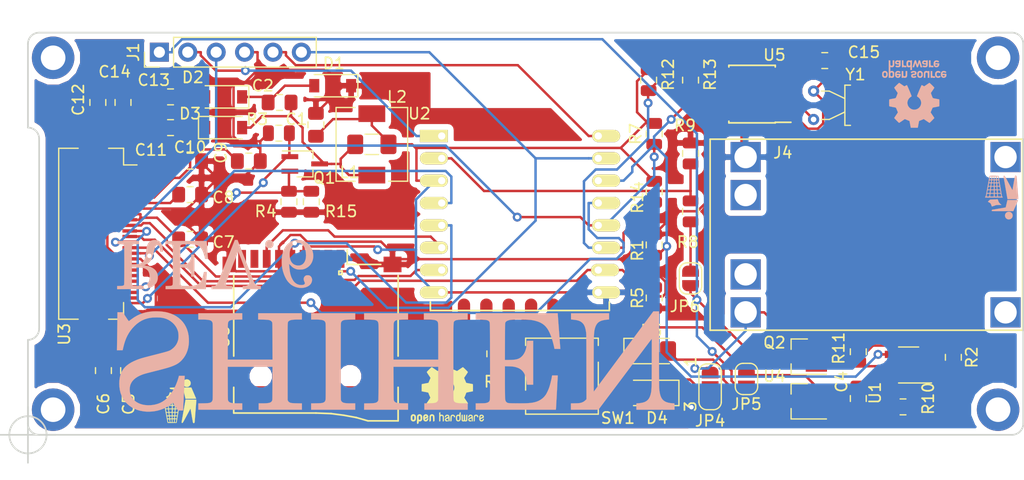
<source format=kicad_pcb>
(kicad_pcb (version 20171130) (host pcbnew 5.0.1-33cea8e~66~ubuntu18.04.1)
  (layers (0 F.Cu signal) (31 B.Cu signal) (34 B.Paste user) (35 F.Paste user) (36 B.SilkS user) (37 F.SilkS user) (38 B.Mask user) (39 F.Mask user) (44 Edge.Cuts user))
  (net 0 "")
  (net 1 /GDR)
  (net 2 GND)
  (net 3 /RESE)
  (net 4 "Net-(C2-Pad2)")
  (net 5 /PREVGH)
  (net 6 /PREVGL)
  (net 7 "Net-(C2-Pad1)")
  (net 8 "Net-(C6-Pad2)")
  (net 9 "Net-(C8-Pad2)")
  (net 10 "Net-(C10-Pad2)")
  (net 11 "Net-(C12-Pad2)")
  (net 12 BAT_V_IN-)
  (net 13 BAT_V_IN+)
  (net 14 BAT_V)
  (net 15 "Net-(J4-Pad5)")
  (net 16 "Net-(J4-Pad6)")
  (net 17 EP_RST)
  (net 18 EP_CS)
  (net 19 EP_DC)
  (net 20 VCC)
  (net 21 ESP_GPIO12)
  (net 22 ESP_GPIO5)
  (net 23 RTC_INT)
  (net 24 TPL_DRV)
  (net 25 ADC)
  (net 26 "Net-(JP6-Pad1)")
  (net 27 TPL_MDRV)
  (net 28 "Net-(D4-Pad2)")
  (net 29 ESP_RESET)
  (net 30 EP_BUSY)
  (net 31 EP_CLK)
  (net 32 EP_DIN)
  (net 33 "Net-(U2-Pad9)")
  (net 34 "Net-(U2-Pad10)")
  (net 35 "Net-(U2-Pad11)")
  (net 36 "Net-(U2-Pad13)")
  (net 37 "Net-(U2-Pad14)")
  (net 38 UART_TXD)
  (net 39 LDO_IN)
  (net 40 "Net-(C15-Pad2)")
  (net 41 "Net-(U5-Pad2)")
  (net 42 "Net-(U5-Pad7)")
  (net 43 "Net-(JP4-Pad2)")
  (net 44 "Net-(U3-Pad1)")
  (net 45 "Net-(C5-Pad2)")
  (net 46 "Net-(U3-Pad6)")
  (net 47 "Net-(U3-Pad7)")
  (net 48 "Net-(C9-Pad2)")
  (net 49 "Net-(C14-Pad2)")
  (net 50 SD_SS)
  (net 51 "Net-(U6-Pad9)")
  (net 52 "Net-(U6-Pad8)")
  (net 53 "Net-(U6-Pad1)")
  (net 54 ESP_GPIO10)
  (net 55 ESP_GPIO2)
  (module lib:shihen_logo_53x10 (layer B.Cu) (at 103 80.25)
    (fp_text reference G2 hide)
    (fp_text value LOGO hide)
  )
  (module lib:USB_ChargingBoard (layer F.Cu) (at 131 63.5375)
    (fp_text reference J4 (at 6.5 1.2125) (layer F.SilkS))
    (fp_text value USBChargingBoard)
    (pad 2 thru_hole rect (at 3.175 5) (size 2.7 2.7) (drill 2) (layers *.Cu *.Mask) (net 12 BAT_V_IN-))
    (pad 3 thru_hole rect (at 3.175 12.1) (size 2.7 2.7) (drill 2) (layers *.Cu *.Mask) (net 13 BAT_V_IN+))
    (pad 1 thru_hole rect (at 3.175 1.6) (size 2.7 2.7) (drill 2) (layers *.Cu *.Mask) (net 2 GND))
    (pad 4 thru_hole rect (at 3.175 15.5) (size 2.7 2.7) (drill 2) (layers *.Cu *.Mask) (net 14 BAT_V))
    (pad 5 thru_hole rect (at 26.416 1.6) (size 2.7 2.7) (drill 2) (layers *.Cu *.Mask) (net 15 "Net-(J4-Pad5)"))
    (pad 6 thru_hole rect (at 26.416 15.5) (size 2.7 2.7) (drill 2) (layers *.Cu *.Mask) (net 16 "Net-(J4-Pad6)"))
  )
  (module lib_ext:ESP-12E (layer F.Cu) (at 107 63.25)
    (fp_text reference U2 (at -2 -2) (layer F.SilkS))
    (fp_text value ESP-12E)
    (pad 1 thru_hole rect (at 0 0) (size 2.5 1.1) (drill 0.65 (offset -0.7 0)) (layers *.Cu *.Mask F.SilkS) (net 29 ESP_RESET))
    (pad 2 thru_hole oval (at 0 2) (size 2.5 1.1) (drill 0.65 (offset -0.7 0)) (layers *.Cu *.Mask F.SilkS) (net 25 ADC))
    (pad 3 thru_hole oval (at 0 4) (size 2.5 1.1) (drill 0.65 (offset -0.7 0)) (layers *.Cu *.Mask F.SilkS) (net 20 VCC))
    (pad 4 thru_hole oval (at 0 6) (size 2.5 1.1) (drill 0.65 (offset -0.7 0)) (layers *.Cu *.Mask F.SilkS) (net 30 EP_BUSY))
    (pad 5 thru_hole oval (at 0 8) (size 2.5 1.1) (drill 0.65 (offset -0.7 0)) (layers *.Cu *.Mask F.SilkS) (net 31 EP_CLK))
    (pad 6 thru_hole oval (at 0 10) (size 2.5 1.1) (drill 0.65 (offset -0.7 0)) (layers *.Cu *.Mask F.SilkS) (net 21 ESP_GPIO12))
    (pad 7 thru_hole oval (at 0 12) (size 2.5 1.1) (drill 0.65 (offset -0.7 0)) (layers *.Cu *.Mask F.SilkS) (net 32 EP_DIN))
    (pad 8 thru_hole oval (at 0 14) (size 2.5 1.1) (drill 0.65 (offset -0.7 0)) (layers *.Cu *.Mask F.SilkS) (net 20 VCC))
    (pad 9 smd oval (at 1.99 15.75 90) (size 2.4 1.1) (layers F.Cu F.Paste F.Mask) (net 33 "Net-(U2-Pad9)"))
    (pad 10 smd oval (at 3.99 15.75 90) (size 2.4 1.1) (layers F.Cu F.Paste F.Mask) (net 34 "Net-(U2-Pad10)"))
    (pad 11 smd oval (at 5.99 15.75 90) (size 2.4 1.1) (layers F.Cu F.Paste F.Mask) (net 35 "Net-(U2-Pad11)"))
    (pad 12 smd oval (at 7.99 15.75 90) (size 2.4 1.1) (layers F.Cu F.Paste F.Mask) (net 54 ESP_GPIO10))
    (pad 13 smd oval (at 9.99 15.75 90) (size 2.4 1.1) (layers F.Cu F.Paste F.Mask) (net 36 "Net-(U2-Pad13)"))
    (pad 14 smd oval (at 11.99 15.75 90) (size 2.4 1.1) (layers F.Cu F.Paste F.Mask) (net 37 "Net-(U2-Pad14)"))
    (pad 15 thru_hole oval (at 14 14) (size 2.5 1.1) (drill 0.65 (offset 0.7 0)) (layers *.Cu *.Mask F.SilkS) (net 2 GND))
    (pad 16 thru_hole oval (at 14 12) (size 2.5 1.1) (drill 0.65 (offset 0.6 0)) (layers *.Cu *.Mask F.SilkS) (net 18 EP_CS))
    (pad 17 thru_hole oval (at 14 10) (size 2.5 1.1) (drill 0.65 (offset 0.7 0)) (layers *.Cu *.Mask F.SilkS) (net 55 ESP_GPIO2))
    (pad 18 thru_hole oval (at 14 8) (size 2.5 1.1) (drill 0.65 (offset 0.7 0)) (layers *.Cu *.Mask F.SilkS) (net 19 EP_DC))
    (pad 19 thru_hole oval (at 14 6) (size 2.5 1.1) (drill 0.65 (offset 0.7 0)) (layers *.Cu *.Mask F.SilkS) (net 17 EP_RST))
    (pad 20 thru_hole oval (at 14 4) (size 2.5 1.1) (drill 0.65 (offset 0.7 0)) (layers *.Cu *.Mask F.SilkS) (net 22 ESP_GPIO5))
    (pad 21 thru_hole oval (at 14 2) (size 2.5 1.1) (drill 0.65 (offset 0.7 0)) (layers *.Cu *.Mask F.SilkS) (net 50 SD_SS))
    (pad 22 thru_hole oval (at 14 0) (size 2.5 1.1) (drill 0.65 (offset 0.7 0)) (layers *.Cu *.Mask F.SilkS) (net 38 UART_TXD))
  )
  (module lib_ext:Conn_uSDcard (layer F.Cu) (at 95.75 84.75)
    (fp_text reference U6 (at -8.25 -3.5 270) (layer F.SilkS))
    (fp_text value uSD_ebay_smd)
    (pad 3 smd rect (at 0 -10.5) (size 0.7 1.6) (layers F.Cu F.Paste F.Mask) (net 32 EP_DIN))
    (pad "" np_thru_hole circle (at -4.93 0) (size 1 1) (drill 1) (layers *.Cu))
    (pad "" np_thru_hole circle (at 3.05 0) (size 1 1) (drill 1) (layers *.Cu))
    (pad 2 smd rect (at 1.1 -10.5) (size 0.7 1.6) (layers F.Cu F.Paste F.Mask) (net 50 SD_SS))
    (pad 1 smd rect (at 2.2 -10.5) (size 0.7 1.6) (layers F.Cu F.Paste F.Mask) (net 53 "Net-(U6-Pad1)"))
    (pad 4 smd rect (at -1.1 -10.5) (size 0.7 1.6) (layers F.Cu F.Paste F.Mask) (net 20 VCC))
    (pad 5 smd rect (at -2.2 -10.5) (size 0.7 1.6) (layers F.Cu F.Paste F.Mask) (net 31 EP_CLK))
    (pad 6 smd rect (at -3.3 -10.5) (size 0.7 1.6) (layers F.Cu F.Paste F.Mask) (net 2 GND))
    (pad 8 smd rect (at -5.5 -10.5) (size 0.7 1.6) (layers F.Cu F.Paste F.Mask) (net 52 "Net-(U6-Pad8)"))
    (pad 7 smd rect (at -4.4 -10.5) (size 0.7 1.6) (layers F.Cu F.Paste F.Mask) (net 21 ESP_GPIO12))
    (pad 9 smd rect (at -6.6 -10.5) (size 0.7 1.6) (layers F.Cu F.Paste F.Mask) (net 51 "Net-(U6-Pad9)"))
    (pad 6 smd rect (at -7.75 -10) (size 1.2 1.4) (layers F.Cu F.Paste F.Mask) (net 2 GND))
    (pad 6 smd rect (at 6.85 -10) (size 1.6 1.4) (layers F.Cu F.Paste F.Mask) (net 2 GND))
    (pad 6 smd rect (at -7.75 -0.4) (size 1.2 2.2) (layers F.Cu F.Paste F.Mask) (net 2 GND))
    (pad 6 smd rect (at 7.75 -0.4) (size 1.2 2.2) (layers F.Cu F.Paste F.Mask) (net 2 GND))
  )
  (module lib:gomi_5.7x5.7 (layer F.Cu) (at 83.75 87)
    (fp_text reference G1 hide)
    (fp_text value LOGO hide)
  )
  (module lib:gomi_5.7x5.7 (layer B.Cu) (at 157.25 68.75)
    (fp_text reference G3 hide)
    (fp_text value LOGO hide)
  )
  (module Inductor_SMD:L_6.3x6.3_H3 (layer F.Cu) (at 100.75 64 90)
    (fp_text reference L1 (at -2.5 -2 180) (layer F.SilkS))
    (fp_text value 68uH)
    (pad 1 smd rect (at -2.75 0 90) (size 1.5 2.4) (layers F.Cu F.Paste F.Mask) (net 4 "Net-(C2-Pad2)"))
    (pad 2 smd rect (at 2.75 0 90) (size 1.5 2.4) (layers F.Cu F.Paste F.Mask) (net 20 VCC))
  )
  (module Symbol:OSHW-Logo_5.7x6mm_SilkScreen (layer B.Cu) (at 149.25 59.5)
    (fp_text reference G4 hide)
    (fp_text value OSHW-Logo_5.7x6mm_SilkScreen hide)
  )
  (module Resistor_SMD:R_0805_2012Metric (layer F.Cu) (at 95.339 69.1334 270)
    (fp_text reference R15 (at 0.8666 -2.661) (layer F.SilkS))
    (fp_text value 3R)
    (pad 1 smd roundrect (at -0.9375 0 270) (size 0.975 1.4) (layers F.Cu F.Paste F.Mask) (net 3 /RESE))
    (pad 2 smd roundrect (at 0.9375 0 270) (size 0.975 1.4) (layers F.Cu F.Paste F.Mask) (net 2 GND))
  )
  (module Connector_FFC-FPC:Hirose_FH12-24S-0.5SH_1x24-1MP_P0.50mm_Horizontal_reverse (layer F.Cu) (at 77.25 72 270)
    (fp_text reference U3 (at 9 4 270) (layer F.SilkS))
    (fp_text value ws_epaper_24pin)
    (pad MP smd rect (at 7.65 1.4 270) (size 1.8 2.2) (layers F.Cu F.Paste F.Mask))
    (pad MP smd rect (at -7.65 1.4 270) (size 1.8 2.2) (layers F.Cu F.Paste F.Mask))
    (pad 24 smd rect (at -5.75 -1.85 270) (size 0.3 1.3) (layers F.Cu F.Paste F.Mask) (net 49 "Net-(C14-Pad2)"))
    (pad 23 smd rect (at -5.25 -1.85 270) (size 0.3 1.3) (layers F.Cu F.Paste F.Mask) (net 6 /PREVGL))
    (pad 22 smd rect (at -4.75 -1.85 270) (size 0.3 1.3) (layers F.Cu F.Paste F.Mask) (net 11 "Net-(C12-Pad2)"))
    (pad 21 smd rect (at -4.25 -1.85 270) (size 0.3 1.3) (layers F.Cu F.Paste F.Mask) (net 5 /PREVGH))
    (pad 20 smd rect (at -3.75 -1.85 270) (size 0.3 1.3) (layers F.Cu F.Paste F.Mask) (net 10 "Net-(C10-Pad2)"))
    (pad 19 smd rect (at -3.25 -1.85 270) (size 0.3 1.3) (layers F.Cu F.Paste F.Mask) (net 48 "Net-(C9-Pad2)"))
    (pad 18 smd rect (at -2.75 -1.85 270) (size 0.3 1.3) (layers F.Cu F.Paste F.Mask) (net 9 "Net-(C8-Pad2)"))
    (pad 17 smd rect (at -2.25 -1.85 270) (size 0.3 1.3) (layers F.Cu F.Paste F.Mask) (net 2 GND))
    (pad 16 smd rect (at -1.75 -1.85 270) (size 0.3 1.3) (layers F.Cu F.Paste F.Mask) (net 20 VCC))
    (pad 15 smd rect (at -1.25 -1.85 270) (size 0.3 1.3) (layers F.Cu F.Paste F.Mask) (net 20 VCC))
    (pad 14 smd rect (at -0.75 -1.85 270) (size 0.3 1.3) (layers F.Cu F.Paste F.Mask) (net 32 EP_DIN))
    (pad 13 smd rect (at -0.25 -1.85 270) (size 0.3 1.3) (layers F.Cu F.Paste F.Mask) (net 31 EP_CLK))
    (pad 12 smd rect (at 0.25 -1.85 270) (size 0.3 1.3) (layers F.Cu F.Paste F.Mask) (net 18 EP_CS))
    (pad 11 smd rect (at 0.75 -1.85 270) (size 0.3 1.3) (layers F.Cu F.Paste F.Mask) (net 19 EP_DC))
    (pad 10 smd rect (at 1.25 -1.85 270) (size 0.3 1.3) (layers F.Cu F.Paste F.Mask) (net 17 EP_RST))
    (pad 9 smd rect (at 1.75 -1.85 270) (size 0.3 1.3) (layers F.Cu F.Paste F.Mask) (net 30 EP_BUSY))
    (pad 8 smd rect (at 2.25 -1.85 270) (size 0.3 1.3) (layers F.Cu F.Paste F.Mask) (net 2 GND))
    (pad 7 smd rect (at 2.75 -1.85 270) (size 0.3 1.3) (layers F.Cu F.Paste F.Mask) (net 47 "Net-(U3-Pad7)"))
    (pad 6 smd rect (at 3.25 -1.85 270) (size 0.3 1.3) (layers F.Cu F.Paste F.Mask) (net 46 "Net-(U3-Pad6)"))
    (pad 5 smd rect (at 3.75 -1.85 270) (size 0.3 1.3) (layers F.Cu F.Paste F.Mask) (net 8 "Net-(C6-Pad2)"))
    (pad 4 smd rect (at 4.25 -1.85 270) (size 0.3 1.3) (layers F.Cu F.Paste F.Mask) (net 45 "Net-(C5-Pad2)"))
    (pad 3 smd rect (at 4.75 -1.85 270) (size 0.3 1.3) (layers F.Cu F.Paste F.Mask) (net 3 /RESE))
    (pad 2 smd rect (at 5.25 -1.85 270) (size 0.3 1.3) (layers F.Cu F.Paste F.Mask) (net 1 /GDR))
    (pad 1 smd rect (at 5.75 -1.85 270) (size 0.3 1.3) (layers F.Cu F.Paste F.Mask) (net 44 "Net-(U3-Pad1)"))
  )
  (module MountingHole:MountingHole_2.2mm_M2_DIN965_Pad (layer F.Cu) (at 156.75 87.75)
    (fp_text reference MH3 hide)
    (fp_text value MountingHole_2.2mm_M2_DIN965_Pad hide)
    (pad 1 thru_hole circle (at 0 0) (size 3.8 3.8) (drill 2.2) (layers *.Cu *.Mask))
  )
  (module MountingHole:MountingHole_2.2mm_M2_DIN965_Pad (layer F.Cu) (at 72.25 87.75)
    (fp_text reference MH4 hide)
    (fp_text value MountingHole_2.2mm_M2_DIN965_Pad hide)
    (pad 1 thru_hole circle (at 0 0) (size 3.8 3.8) (drill 2.2) (layers *.Cu *.Mask))
  )
  (module MountingHole:MountingHole_2.2mm_M2_DIN965_Pad (layer F.Cu) (at 72.25 56.25)
    (fp_text reference MH2 hide)
    (fp_text value MountingHole_2.2mm_M2_DIN965_Pad hide)
    (pad 1 thru_hole circle (at 0 0) (size 3.8 3.8) (drill 2.2) (layers *.Cu *.Mask))
  )
  (module MountingHole:MountingHole_2.2mm_M2_DIN965_Pad (layer F.Cu) (at 156.75 56.25)
    (fp_text reference MH1 hide)
    (fp_text value MountingHole_2.2mm_M2_DIN965_Pad hide)
    (pad 1 thru_hole circle (at 0 0) (size 3.8 3.8) (drill 2.2) (layers *.Cu *.Mask))
  )
  (module Resistor_SMD:R_0805_2012Metric (layer F.Cu) (at 126 68.25 90)
    (fp_text reference R14 (at -0.5 -1.5 90) (layer F.SilkS))
    (fp_text value 10k)
    (pad 1 smd roundrect (at -0.9375 0 90) (size 0.975 1.4) (layers F.Cu F.Paste F.Mask) (net 55 ESP_GPIO2))
    (pad 2 smd roundrect (at 0.9375 0 90) (size 0.975 1.4) (layers F.Cu F.Paste F.Mask) (net 20 VCC))
  )
  (module Button_Switch_SMD:SW_SPST_B3SL-1002P (layer F.Cu) (at 117.75 84.75)
    (fp_text reference SW1 (at 5 3.75) (layer F.SilkS))
    (fp_text value SW_Push)
    (pad 1 smd rect (at -2.875 -2) (size 2.75 1) (layers F.Cu F.Paste F.Mask) (net 28 "Net-(D4-Pad2)"))
    (pad 1 smd rect (at 2.875 -2) (size 2.75 1) (layers F.Cu F.Paste F.Mask) (net 28 "Net-(D4-Pad2)"))
    (pad 2 smd rect (at 2.875 2) (size 2.75 1) (layers F.Cu F.Paste F.Mask) (net 43 "Net-(JP4-Pad2)"))
    (pad 2 smd rect (at -2.875 2) (size 2.75 1) (layers F.Cu F.Paste F.Mask) (net 43 "Net-(JP4-Pad2)"))
  )
  (module Capacitor_SMD:C_0805_2012Metric_Pad1.15x1.40mm_HandSolder (layer F.Cu) (at 95.75 62.25 90)
    (fp_text reference C1 (at 0.5 -1.75 180) (layer F.SilkS))
    (fp_text value 475)
    (pad 1 smd roundrect (at -1.025 0 90) (size 1.15 1.4) (layers F.Cu F.Paste F.Mask) (roundrect_rratio 0.217391) (net 20 VCC))
    (pad 2 smd roundrect (at 1.025 0 90) (size 1.15 1.4) (layers F.Cu F.Paste F.Mask) (roundrect_rratio 0.217391) (net 2 GND))
  )
  (module Capacitor_SMD:C_0805_2012Metric_Pad1.15x1.40mm_HandSolder (layer F.Cu) (at 92.5 60.25)
    (fp_text reference C2 (at -1.5 -1.5) (layer F.SilkS))
    (fp_text value 104)
    (pad 2 smd roundrect (at 1.025 0) (size 1.15 1.4) (layers F.Cu F.Paste F.Mask) (roundrect_rratio 0.217391) (net 4 "Net-(C2-Pad2)"))
    (pad 1 smd roundrect (at -1.025 0) (size 1.15 1.4) (layers F.Cu F.Paste F.Mask) (roundrect_rratio 0.217391) (net 7 "Net-(C2-Pad1)"))
  )
  (module Capacitor_SMD:C_0805_2012Metric_Pad1.15x1.40mm_HandSolder (layer F.Cu) (at 144.25 86.75 270)
    (fp_text reference C4 (at -1.5 1.5 270) (layer F.SilkS))
    (fp_text value 1uF)
    (pad 1 smd roundrect (at -1.025 0 270) (size 1.15 1.4) (layers F.Cu F.Paste F.Mask) (roundrect_rratio 0.217391) (net 20 VCC))
    (pad 2 smd roundrect (at 1.025 0 270) (size 1.15 1.4) (layers F.Cu F.Paste F.Mask) (roundrect_rratio 0.217391) (net 2 GND))
  )
  (module Capacitor_SMD:C_0805_2012Metric_Pad1.15x1.40mm_HandSolder (layer F.Cu) (at 79 84.25 90)
    (fp_text reference C5 (at -3 0 90) (layer F.SilkS))
    (fp_text value 105)
    (pad 2 smd roundrect (at 1.025 0 90) (size 1.15 1.4) (layers F.Cu F.Paste F.Mask) (roundrect_rratio 0.217391) (net 45 "Net-(C5-Pad2)"))
    (pad 1 smd roundrect (at -1.025 0 90) (size 1.15 1.4) (layers F.Cu F.Paste F.Mask) (roundrect_rratio 0.217391) (net 2 GND))
  )
  (module Capacitor_SMD:C_0805_2012Metric_Pad1.15x1.40mm_HandSolder (layer F.Cu) (at 76.75 84.25 90)
    (fp_text reference C6 (at -2.975 0 90) (layer F.SilkS))
    (fp_text value 105)
    (pad 1 smd roundrect (at -1.025 0 90) (size 1.15 1.4) (layers F.Cu F.Paste F.Mask) (roundrect_rratio 0.217391) (net 2 GND))
    (pad 2 smd roundrect (at 1.025 0 90) (size 1.15 1.4) (layers F.Cu F.Paste F.Mask) (roundrect_rratio 0.217391) (net 8 "Net-(C6-Pad2)"))
  )
  (module Capacitor_SMD:C_0805_2012Metric_Pad1.15x1.40mm_HandSolder (layer F.Cu) (at 84.5 72.5 180)
    (fp_text reference C7 (at -3 -0.25 180) (layer F.SilkS))
    (fp_text value 104)
    (pad 2 smd roundrect (at 1.025 0 180) (size 1.15 1.4) (layers F.Cu F.Paste F.Mask) (roundrect_rratio 0.217391) (net 20 VCC))
    (pad 1 smd roundrect (at -1.025 0 180) (size 1.15 1.4) (layers F.Cu F.Paste F.Mask) (roundrect_rratio 0.217391) (net 2 GND))
  )
  (module Capacitor_SMD:C_0805_2012Metric_Pad1.15x1.40mm_HandSolder (layer F.Cu) (at 84.5 68.5 180)
    (fp_text reference C8 (at -2.975 -0.25 180) (layer F.SilkS))
    (fp_text value 105)
    (pad 2 smd roundrect (at 1.025 0 180) (size 1.15 1.4) (layers F.Cu F.Paste F.Mask) (roundrect_rratio 0.217391) (net 9 "Net-(C8-Pad2)"))
    (pad 1 smd roundrect (at -1.025 0 180) (size 1.15 1.4) (layers F.Cu F.Paste F.Mask) (roundrect_rratio 0.217391) (net 2 GND))
  )
  (module Capacitor_SMD:C_0805_2012Metric_Pad1.15x1.40mm_HandSolder (layer F.Cu) (at 89.75 65.5 180)
    (fp_text reference C9 (at 2.5 0.75 270) (layer F.SilkS))
    (fp_text value 105)
    (pad 2 smd roundrect (at 1.025 0 180) (size 1.15 1.4) (layers F.Cu F.Paste F.Mask) (roundrect_rratio 0.217391) (net 48 "Net-(C9-Pad2)"))
    (pad 1 smd roundrect (at -1.025 0 180) (size 1.15 1.4) (layers F.Cu F.Paste F.Mask) (roundrect_rratio 0.217391) (net 2 GND))
  )
  (module Capacitor_SMD:C_0805_2012Metric_Pad1.15x1.40mm_HandSolder (layer F.Cu) (at 84.5 65.5 180)
    (fp_text reference C10 (at 0 1.25 180) (layer F.SilkS))
    (fp_text value 105)
    (pad 1 smd roundrect (at -1.025 0 180) (size 1.15 1.4) (layers F.Cu F.Paste F.Mask) (roundrect_rratio 0.217391) (net 2 GND))
    (pad 2 smd roundrect (at 1.025 0 180) (size 1.15 1.4) (layers F.Cu F.Paste F.Mask) (roundrect_rratio 0.217391) (net 10 "Net-(C10-Pad2)"))
  )
  (module Capacitor_SMD:C_0805_2012Metric_Pad1.15x1.40mm_HandSolder (layer F.Cu) (at 82.75 62.5)
    (fp_text reference C11 (at -1.75 2) (layer F.SilkS))
    (fp_text value 105)
    (pad 2 smd roundrect (at 1.025 0) (size 1.15 1.4) (layers F.Cu F.Paste F.Mask) (roundrect_rratio 0.217391) (net 5 /PREVGH))
    (pad 1 smd roundrect (at -1.025 0) (size 1.15 1.4) (layers F.Cu F.Paste F.Mask) (roundrect_rratio 0.217391) (net 2 GND))
  )
  (module Capacitor_SMD:C_0805_2012Metric_Pad1.15x1.40mm_HandSolder (layer F.Cu) (at 76.25 60.25 270)
    (fp_text reference C12 (at -0.25 1.75 270) (layer F.SilkS))
    (fp_text value 105)
    (pad 1 smd roundrect (at -1.025 0 270) (size 1.15 1.4) (layers F.Cu F.Paste F.Mask) (roundrect_rratio 0.217391) (net 2 GND))
    (pad 2 smd roundrect (at 1.025 0 270) (size 1.15 1.4) (layers F.Cu F.Paste F.Mask) (roundrect_rratio 0.217391) (net 11 "Net-(C12-Pad2)"))
  )
  (module Capacitor_SMD:C_0805_2012Metric_Pad1.15x1.40mm_HandSolder (layer F.Cu) (at 82.75 59.75)
    (fp_text reference C13 (at -1.5 -1.5) (layer F.SilkS))
    (fp_text value 105)
    (pad 2 smd roundrect (at 1.025 0) (size 1.15 1.4) (layers F.Cu F.Paste F.Mask) (roundrect_rratio 0.217391) (net 6 /PREVGL))
    (pad 1 smd roundrect (at -1.025 0) (size 1.15 1.4) (layers F.Cu F.Paste F.Mask) (roundrect_rratio 0.217391) (net 2 GND))
  )
  (module Capacitor_SMD:C_0805_2012Metric_Pad1.15x1.40mm_HandSolder (layer F.Cu) (at 78.5 60.25 270)
    (fp_text reference C14 (at -2.75 0.75 180) (layer F.SilkS))
    (fp_text value 105)
    (pad 1 smd roundrect (at -1.025 0 270) (size 1.15 1.4) (layers F.Cu F.Paste F.Mask) (roundrect_rratio 0.217391) (net 2 GND))
    (pad 2 smd roundrect (at 1.025 0 270) (size 1.15 1.4) (layers F.Cu F.Paste F.Mask) (roundrect_rratio 0.217391) (net 49 "Net-(C14-Pad2)"))
  )
  (module Capacitor_SMD:C_0805_2012Metric_Pad1.15x1.40mm_HandSolder (layer F.Cu) (at 141.25 56.5)
    (fp_text reference C15 (at 3.5 -0.75) (layer F.SilkS))
    (fp_text value C_Small)
    (pad 2 smd roundrect (at 1.025 0) (size 1.15 1.4) (layers F.Cu F.Paste F.Mask) (roundrect_rratio 0.217391) (net 40 "Net-(C15-Pad2)"))
    (pad 1 smd roundrect (at -1.025 0) (size 1.15 1.4) (layers F.Cu F.Paste F.Mask) (roundrect_rratio 0.217391) (net 2 GND))
  )
  (module Connector_PinHeader_2.54mm:PinHeader_1x06_P2.54mm_Vertical (layer F.Cu) (at 81.75 55.75 90)
    (fp_text reference J1 (at 0 -2.33 90) (layer F.SilkS))
    (fp_text value Conn_01x06)
    (pad 1 thru_hole rect (at 0 0 90) (size 1.7 1.7) (drill 1) (layers *.Cu *.Mask) (net 39 LDO_IN))
    (pad 2 thru_hole oval (at 0 2.54 90) (size 1.7 1.7) (drill 1) (layers *.Cu *.Mask) (net 29 ESP_RESET))
    (pad 3 thru_hole oval (at 0 5.08 90) (size 1.7 1.7) (drill 1) (layers *.Cu *.Mask) (net 19 EP_DC))
    (pad 4 thru_hole oval (at 0 7.62 90) (size 1.7 1.7) (drill 1) (layers *.Cu *.Mask) (net 2 GND))
    (pad 5 thru_hole oval (at 0 10.16 90) (size 1.7 1.7) (drill 1) (layers *.Cu *.Mask) (net 38 UART_TXD))
    (pad 6 thru_hole oval (at 0 12.7 90) (size 1.7 1.7) (drill 1) (layers *.Cu *.Mask) (net 50 SD_SS))
  )
  (module Crystal:Crystal_AT310_D3.0mm_L10.0mm_Horizontal_1EP_style1 (layer F.Cu) (at 140.25 61.77 90)
    (fp_text reference Y1 (at 4.02 3.75 180) (layer F.SilkS))
    (fp_text value Crystal_Small)
    (pad 1 thru_hole circle (at 0 0 90) (size 1 1) (drill 0.5) (layers *.Cu *.Mask) (net 41 "Net-(U5-Pad2)"))
    (pad 2 thru_hole circle (at 2.54 0 90) (size 1 1) (drill 0.5) (layers *.Cu *.Mask) (net 40 "Net-(C15-Pad2)"))
    (pad 3 smd rect (at 1.27 8.75 90) (size 3.2 10.5) (layers F.Cu F.Paste F.Mask))
  )
  (module Diode_SMD:D_1206_3216Metric_Pad1.42x1.75mm_HandSolder (layer F.Cu) (at 125.75 86.25 180)
    (fp_text reference D4 (at -0.5 -2.25 180) (layer F.SilkS))
    (fp_text value D)
    (pad 2 smd roundrect (at 1.4875 0 180) (size 1.425 1.75) (layers F.Cu F.Paste F.Mask) (roundrect_rratio 0.175439) (net 28 "Net-(D4-Pad2)"))
    (pad 1 smd roundrect (at -1.4875 0 180) (size 1.425 1.75) (layers F.Cu F.Paste F.Mask) (roundrect_rratio 0.175439) (net 27 TPL_MDRV))
  )
  (module Diode_SMD:D_1206_3216Metric_Pad1.42x1.75mm_HandSolder (layer F.Cu) (at 125.75 82.5)
    (fp_text reference D5 (at 0 -1.82) (layer F.SilkS))
    (fp_text value D)
    (pad 1 smd roundrect (at -1.4875 0) (size 1.425 1.75) (layers F.Cu F.Paste F.Mask) (roundrect_rratio 0.175439) (net 28 "Net-(D4-Pad2)"))
    (pad 2 smd roundrect (at 1.4875 0) (size 1.425 1.75) (layers F.Cu F.Paste F.Mask) (roundrect_rratio 0.175439) (net 24 TPL_DRV))
  )
  (module Inductor_SMD:L_1206_3216Metric_Pad1.42x1.75mm_HandSolder (layer F.Cu) (at 100.75 64)
    (fp_text reference L2 (at 2.25 -4.25) (layer F.SilkS))
    (fp_text value 68uH)
    (pad 1 smd roundrect (at -1.4875 0) (size 1.425 1.75) (layers F.Cu F.Paste F.Mask) (roundrect_rratio 0.175439) (net 4 "Net-(C2-Pad2)"))
    (pad 2 smd roundrect (at 1.4875 0) (size 1.425 1.75) (layers F.Cu F.Paste F.Mask) (roundrect_rratio 0.175439) (net 20 VCC))
  )
  (module Jumper:SolderJumper-2_P1.3mm_Open_RoundedPad1.0x1.5mm (layer F.Cu) (at 129.25 76 270)
    (fp_text reference JP6 (at 2.5 0.5) (layer F.SilkS))
    (fp_text value SolderJumper_2_Open)
    (pad 1 smd custom (at -0.65 0 270) (size 1 0.5) (layers F.Cu F.Mask) (net 26 "Net-(JP6-Pad1)") (options (clearance outline) (anchor rect)) (primitives (gr_circle (center 0 0.25) (end 0.5 0.25) (width 0)) (gr_circle (center 0 -0.25) (end 0.5 -0.25) (width 0)) (gr_poly (pts (xy 0 -0.75) (xy 0.5 -0.75) (xy 0.5 0.75) (xy 0 0.75)) (width 0))))
    (pad 2 smd custom (at 0.65 0 270) (size 1 0.5) (layers F.Cu F.Mask) (net 39 LDO_IN) (options (clearance outline) (anchor rect)) (primitives (gr_circle (center 0 0.25) (end 0.5 0.25) (width 0)) (gr_circle (center 0 -0.25) (end 0.5 -0.25) (width 0)) (gr_poly (pts (xy 0 -0.75) (xy -0.5 -0.75) (xy -0.5 0.75) (xy 0 0.75)) (width 0))))
  )
  (module Jumper:SolderJumper-2_P1.3mm_Open_RoundedPad1.0x1.5mm (layer F.Cu) (at 134.25 85 90)
    (fp_text reference JP5 (at -2.25 0 180) (layer F.SilkS))
    (fp_text value SolderJumper_2_Open)
    (pad 2 smd custom (at 0.65 0 90) (size 1 0.5) (layers F.Cu F.Mask) (net 20 VCC) (options (clearance outline) (anchor rect)) (primitives (gr_circle (center 0 0.25) (end 0.5 0.25) (width 0)) (gr_circle (center 0 -0.25) (end 0.5 -0.25) (width 0)) (gr_poly (pts (xy 0 -0.75) (xy -0.5 -0.75) (xy -0.5 0.75) (xy 0 0.75)) (width 0))))
    (pad 1 smd custom (at -0.65 0 90) (size 1 0.5) (layers F.Cu F.Mask) (net 39 LDO_IN) (options (clearance outline) (anchor rect)) (primitives (gr_circle (center 0 0.25) (end 0.5 0.25) (width 0)) (gr_circle (center 0 -0.25) (end 0.5 -0.25) (width 0)) (gr_poly (pts (xy 0 -0.75) (xy 0.5 -0.75) (xy 0.5 0.75) (xy 0 0.75)) (width 0))))
  )
  (module Jumper:SolderJumper-3_P1.3mm_Open_RoundedPad1.0x1.5mm_NumberLabels (layer F.Cu) (at 131 85.7 270)
    (fp_text reference JP4 (at 3.05 0) (layer F.SilkS))
    (fp_text value SolderJumper_3_Open)
    (fp_text user 3 (at 1.75 1.75 270) (layer F.SilkS))
    (fp_text user 1 (at -2.25 1.75 270) (layer F.SilkS))
    (pad 1 smd custom (at -1.3 0 270) (size 1 0.5) (layers F.Cu F.Mask) (net 14 BAT_V) (options (clearance outline) (anchor rect)) (primitives (gr_circle (center 0 0.25) (end 0.5 0.25) (width 0)) (gr_circle (center 0 -0.25) (end 0.5 -0.25) (width 0)) (gr_poly (pts (xy 0.55 -0.75) (xy 0 -0.75) (xy 0 0.75) (xy 0.55 0.75)) (width 0))))
    (pad 3 smd custom (at 1.3 0 270) (size 1 0.5) (layers F.Cu F.Mask) (net 2 GND) (options (clearance outline) (anchor rect)) (primitives (gr_circle (center 0 0.25) (end 0.5 0.25) (width 0)) (gr_circle (center 0 -0.25) (end 0.5 -0.25) (width 0)) (gr_poly (pts (xy -0.55 -0.75) (xy 0 -0.75) (xy 0 0.75) (xy -0.55 0.75)) (width 0))))
    (pad 2 smd rect (at 0 0 270) (size 1 1.5) (layers F.Cu F.Mask) (net 43 "Net-(JP4-Pad2)"))
  )
  (module Package_SO:SOIC-8_3.9x4.9mm_P1.27mm (layer F.Cu) (at 134.75 59.5 180)
    (fp_text reference U5 (at -2 3.5 180) (layer F.SilkS))
    (fp_text value PCF8563T)
    (pad 1 smd rect (at -2.7 -1.905 180) (size 1.55 0.6) (layers F.Cu F.Paste F.Mask) (net 40 "Net-(C15-Pad2)"))
    (pad 2 smd rect (at -2.7 -0.635 180) (size 1.55 0.6) (layers F.Cu F.Paste F.Mask) (net 41 "Net-(U5-Pad2)"))
    (pad 3 smd rect (at -2.7 0.635 180) (size 1.55 0.6) (layers F.Cu F.Paste F.Mask) (net 23 RTC_INT))
    (pad 4 smd rect (at -2.7 1.905 180) (size 1.55 0.6) (layers F.Cu F.Paste F.Mask) (net 2 GND))
    (pad 5 smd rect (at 2.7 1.905 180) (size 1.55 0.6) (layers F.Cu F.Paste F.Mask) (net 55 ESP_GPIO2))
    (pad 6 smd rect (at 2.7 0.635 180) (size 1.55 0.6) (layers F.Cu F.Paste F.Mask) (net 22 ESP_GPIO5))
    (pad 7 smd rect (at 2.7 -0.635 180) (size 1.55 0.6) (layers F.Cu F.Paste F.Mask) (net 42 "Net-(U5-Pad7)"))
    (pad 8 smd rect (at 2.7 -1.905 180) (size 1.55 0.6) (layers F.Cu F.Paste F.Mask) (net 14 BAT_V))
  )
  (module Package_TO_SOT_SMD:SOT-23-6_Handsoldering (layer F.Cu) (at 148.75 83.75 180)
    (fp_text reference U1 (at 3 -2.5 270) (layer F.SilkS))
    (fp_text value TPL5110)
    (pad 1 smd rect (at -1.35 -0.95 180) (size 1.56 0.65) (layers F.Cu F.Paste F.Mask) (net 14 BAT_V))
    (pad 2 smd rect (at -1.35 0 180) (size 1.56 0.65) (layers F.Cu F.Paste F.Mask) (net 2 GND))
    (pad 3 smd rect (at -1.35 0.95 180) (size 1.56 0.65) (layers F.Cu F.Paste F.Mask) (net 27 TPL_MDRV))
    (pad 4 smd rect (at 1.35 0.95 180) (size 1.56 0.65) (layers F.Cu F.Paste F.Mask) (net 22 ESP_GPIO5))
    (pad 6 smd rect (at 1.35 -0.95 180) (size 1.56 0.65) (layers F.Cu F.Paste F.Mask) (net 14 BAT_V))
    (pad 5 smd rect (at 1.35 0 180) (size 1.56 0.65) (layers F.Cu F.Paste F.Mask) (net 24 TPL_DRV))
  )
  (module Package_TO_SOT_SMD:SOT-23_Handsoldering (layer F.Cu) (at 139 87 180)
    (fp_text reference U4 (at 2.25 2.25 180) (layer F.SilkS))
    (fp_text value "xc6206p332mr(SOT-23)")
    (pad 3 smd rect (at 1.5 0 180) (size 1.9 0.8) (layers F.Cu F.Paste F.Mask) (net 39 LDO_IN))
    (pad 2 smd rect (at -1.5 0.95 180) (size 1.9 0.8) (layers F.Cu F.Paste F.Mask) (net 20 VCC))
    (pad 1 smd rect (at -1.5 -0.95 180) (size 1.9 0.8) (layers F.Cu F.Paste F.Mask) (net 2 GND))
  )
  (module Package_TO_SOT_SMD:SOT-23_Handsoldering (layer F.Cu) (at 139 83 180)
    (fp_text reference Q2 (at 2.25 1.25 180) (layer F.SilkS))
    (fp_text value "IRLML2502TR(SOT-23, Q_PMOS_GSD)")
    (pad 1 smd rect (at -1.5 -0.95 180) (size 1.9 0.8) (layers F.Cu F.Paste F.Mask) (net 24 TPL_DRV))
    (pad 2 smd rect (at -1.5 0.95 180) (size 1.9 0.8) (layers F.Cu F.Paste F.Mask) (net 14 BAT_V))
    (pad 3 smd rect (at 1.5 0 180) (size 1.9 0.8) (layers F.Cu F.Paste F.Mask) (net 39 LDO_IN))
  )
  (module Resistor_SMD:R_0805_2012Metric (layer F.Cu) (at 111.75 82.75 270)
    (fp_text reference R6 (at 2.5 0) (layer F.SilkS))
    (fp_text value 0)
    (pad 1 smd roundrect (at -0.9375 0 270) (size 0.975 1.4) (layers F.Cu F.Paste F.Mask) (net 54 ESP_GPIO10))
    (pad 2 smd roundrect (at 0.9375 0 270) (size 0.975 1.4) (layers F.Cu F.Paste F.Mask) (net 28 "Net-(D4-Pad2)"))
  )
  (module Resistor_SMD:R_0805_2012Metric (layer F.Cu) (at 92.4375 63 180)
    (fp_text reference R3 (at 1.9375 1.25 180) (layer F.SilkS))
    (fp_text value 10k)
    (pad 2 smd roundrect (at 0.9375 0 180) (size 0.975 1.4) (layers F.Cu F.Paste F.Mask) (net 2 GND))
    (pad 1 smd roundrect (at -0.9375 0 180) (size 0.975 1.4) (layers F.Cu F.Paste F.Mask) (net 1 /GDR))
  )
  (module Resistor_SMD:R_0805_2012Metric (layer F.Cu) (at 152.75 83.0625 270)
    (fp_text reference R2 (at 0 -1.65 270) (layer F.SilkS))
    (fp_text value R)
    (pad 1 smd roundrect (at -0.9375 0 270) (size 0.975 1.4) (layers F.Cu F.Paste F.Mask) (net 27 TPL_MDRV))
    (pad 2 smd roundrect (at 0.9375 0 270) (size 0.975 1.4) (layers F.Cu F.Paste F.Mask) (net 2 GND))
  )
  (module Resistor_SMD:R_0805_2012Metric (layer F.Cu) (at 126 73 90)
    (fp_text reference R1 (at -0.5 -1.5 270) (layer F.SilkS))
    (fp_text value 10k)
    (pad 2 smd roundrect (at 0.9375 0 90) (size 0.975 1.4) (layers F.Cu F.Paste F.Mask) (net 2 GND))
    (pad 1 smd roundrect (at -0.9375 0 90) (size 0.975 1.4) (layers F.Cu F.Paste F.Mask) (net 22 ESP_GPIO5))
  )
  (module Resistor_SMD:R_0805_2012Metric (layer F.Cu) (at 93.339 69.1334 270)
    (fp_text reference R4 (at 0.8666 2.089 180) (layer F.SilkS))
    (fp_text value 3R)
    (pad 1 smd roundrect (at -0.9375 0 270) (size 0.975 1.4) (layers F.Cu F.Paste F.Mask) (net 3 /RESE))
    (pad 2 smd roundrect (at 0.9375 0 270) (size 0.975 1.4) (layers F.Cu F.Paste F.Mask) (net 2 GND))
  )
  (module Resistor_SMD:R_0805_2012Metric (layer F.Cu) (at 126 77.75 270)
    (fp_text reference R5 (at 0 1.5 270) (layer F.SilkS))
    (fp_text value 10k)
    (pad 2 smd roundrect (at 0.9375 0 270) (size 0.975 1.4) (layers F.Cu F.Paste F.Mask) (net 2 GND))
    (pad 1 smd roundrect (at -0.9375 0 270) (size 0.975 1.4) (layers F.Cu F.Paste F.Mask) (net 18 EP_CS))
  )
  (module Resistor_SMD:R_0805_2012Metric (layer F.Cu) (at 129.25 70 90)
    (fp_text reference R8 (at -2.75 -0.25 180) (layer F.SilkS))
    (fp_text value 33k)
    (pad 1 smd roundrect (at -0.9375 0 90) (size 0.975 1.4) (layers F.Cu F.Paste F.Mask) (net 26 "Net-(JP6-Pad1)"))
    (pad 2 smd roundrect (at 0.9375 0 90) (size 0.975 1.4) (layers F.Cu F.Paste F.Mask) (net 25 ADC))
  )
  (module Resistor_SMD:R_0805_2012Metric (layer F.Cu) (at 129.25 64.8125 90)
    (fp_text reference R9 (at 2.5 -0.5) (layer F.SilkS))
    (fp_text value 10k)
    (pad 2 smd roundrect (at 0.9375 0 90) (size 0.975 1.4) (layers F.Cu F.Paste F.Mask) (net 2 GND))
    (pad 1 smd roundrect (at -0.9375 0 90) (size 0.975 1.4) (layers F.Cu F.Paste F.Mask) (net 25 ADC))
  )
  (module Resistor_SMD:R_0805_2012Metric (layer F.Cu) (at 148.25 87.5 180)
    (fp_text reference R10 (at -2.25 0.75 270) (layer F.SilkS))
    (fp_text value 1k)
    (pad 1 smd roundrect (at -0.9375 0 180) (size 0.975 1.4) (layers F.Cu F.Paste F.Mask) (net 14 BAT_V))
    (pad 2 smd roundrect (at 0.9375 0 180) (size 0.975 1.4) (layers F.Cu F.Paste F.Mask) (net 24 TPL_DRV))
  )
  (module Resistor_SMD:R_0805_2012Metric (layer F.Cu) (at 144.25 82.5625 90)
    (fp_text reference R11 (at 0.3125 -1.75 270) (layer F.SilkS))
    (fp_text value 1k)
    (pad 2 smd roundrect (at 0.9375 0 90) (size 0.975 1.4) (layers F.Cu F.Paste F.Mask) (net 23 RTC_INT))
    (pad 1 smd roundrect (at -0.9375 0 90) (size 0.975 1.4) (layers F.Cu F.Paste F.Mask) (net 24 TPL_DRV))
  )
  (module Resistor_SMD:R_0805_2012Metric (layer F.Cu) (at 125.5 58.25 270)
    (fp_text reference R12 (at -0.5 -1.75 270) (layer F.SilkS))
    (fp_text value 2k)
    (pad 1 smd roundrect (at -0.9375 0 270) (size 0.975 1.4) (layers F.Cu F.Paste F.Mask) (net 20 VCC))
    (pad 2 smd roundrect (at 0.9375 0 270) (size 0.975 1.4) (layers F.Cu F.Paste F.Mask) (net 55 ESP_GPIO2))
  )
  (module Resistor_SMD:R_0805_2012Metric (layer F.Cu) (at 129.25 58.25 270)
    (fp_text reference R13 (at -0.5 -1.75 90) (layer F.SilkS))
    (fp_text value 2k)
    (pad 2 smd roundrect (at 0.9375 0 270) (size 0.975 1.4) (layers F.Cu F.Paste F.Mask) (net 22 ESP_GPIO5))
    (pad 1 smd roundrect (at -0.9375 0 270) (size 0.975 1.4) (layers F.Cu F.Paste F.Mask) (net 20 VCC))
  )
  (module Resistor_SMD:R_0805_2012Metric (layer F.Cu) (at 126 63.0625 90)
    (fp_text reference R7 (at 0 -1.65 90) (layer F.SilkS))
    (fp_text value 10k)
    (pad 1 smd roundrect (at -0.9375 0 90) (size 0.975 1.4) (layers F.Cu F.Paste F.Mask) (net 19 EP_DC))
    (pad 2 smd roundrect (at 0.9375 0 90) (size 0.975 1.4) (layers F.Cu F.Paste F.Mask) (net 20 VCC))
  )
  (module Diode_SMD:D_SOD-123 (layer F.Cu) (at 97.25 58.75 180)
    (fp_text reference D1 (at -0.1 2 180) (layer F.SilkS))
    (fp_text value MBR0530)
    (pad 1 smd rect (at -1.65 0 180) (size 0.9 1.2) (layers F.Cu F.Paste F.Mask) (net 2 GND))
    (pad 2 smd rect (at 1.65 0 180) (size 0.9 1.2) (layers F.Cu F.Paste F.Mask) (net 7 "Net-(C2-Pad1)"))
  )
  (module Diode_SMD:D_SOD-123 (layer F.Cu) (at 87.5 59.75 180)
    (fp_text reference D2 (at 2.75 1.75 180) (layer F.SilkS))
    (fp_text value MBR0530)
    (pad 2 smd rect (at 1.65 0 180) (size 0.9 1.2) (layers F.Cu F.Paste F.Mask) (net 6 /PREVGL))
    (pad 1 smd rect (at -1.65 0 180) (size 0.9 1.2) (layers F.Cu F.Paste F.Mask) (net 7 "Net-(C2-Pad1)"))
  )
  (module Diode_SMD:D_SOD-123 (layer F.Cu) (at 87.5 62.5)
    (fp_text reference D3 (at -3 -1.25) (layer F.SilkS))
    (fp_text value MBR0530)
    (pad 1 smd rect (at -1.65 0) (size 0.9 1.2) (layers F.Cu F.Paste F.Mask) (net 5 /PREVGH))
    (pad 2 smd rect (at 1.65 0) (size 0.9 1.2) (layers F.Cu F.Paste F.Mask) (net 4 "Net-(C2-Pad2)"))
  )
  (module Package_TO_SOT_SMD:SOT-323_SC-70_Handsoldering (layer F.Cu) (at 94.75 65.75)
    (fp_text reference Q1 (at 1.75 1.25) (layer F.SilkS))
    (fp_text value Si1308EDL_NMOS_GSD)
    (pad 1 smd rect (at -1.33 -0.65 270) (size 0.45 1.5) (layers F.Cu F.Paste F.Mask) (net 1 /GDR))
    (pad 2 smd rect (at -1.33 0.65 270) (size 0.45 1.5) (layers F.Cu F.Paste F.Mask) (net 3 /RESE))
    (pad 3 smd rect (at 1.33 0 270) (size 0.45 1.5) (layers F.Cu F.Paste F.Mask) (net 4 "Net-(C2-Pad2)"))
  )
  (module Symbol:OSHW-Logo2_7.3x6mm_SilkScreen (layer F.Cu) (at 107.5 86.25)
    (fp_text reference REF** hide)
    (fp_text value OSHW-Logo2_7.3x6mm_SilkScreen hide)
  )
  (gr_arc (start 71 89) (end 70 89) (angle -90) (layer Edge.Cuts) (width 0.15))
  (gr_arc (start 158 89) (end 158 90) (angle -90) (layer Edge.Cuts) (width 0.15))
  (gr_arc (start 158 55) (end 159 55) (angle -90) (layer Edge.Cuts) (width 0.15))
  (gr_arc (start 71 55) (end 71 54) (angle -90) (layer Edge.Cuts) (width 0.15))
  (target plus (at 70 90) (size 5) (width 0.15) (layer Edge.Cuts))
  (gr_line (start 71 80.5) (end 71 63.5) (layer Edge.Cuts) (width 0.15))
  (gr_arc (start 70 63.5) (end 71 63.5) (angle -90) (layer Edge.Cuts) (width 0.15))
  (gr_arc (start 70 80.5) (end 70 81.5) (angle -90) (layer Edge.Cuts) (width 0.15))
  (gr_line (start 70 62.5) (end 70 55) (layer Edge.Cuts) (width 0.15))
  (gr_line (start 158 90) (end 71 90) (layer Edge.Cuts) (width 0.15))
  (gr_line (start 159 55) (end 159 89) (layer Edge.Cuts) (width 0.15))
  (gr_line (start 71 54) (end 158 54) (layer Edge.Cuts) (width 0.15))
  (gr_line (start 70 89) (end 70 81.5) (layer Edge.Cuts) (width 0.15))
  (segment (start 79.1 77.25) (end 78.1397 77.25) (width 0.22) (layer F.Cu) (net 1))
  (segment (start 80.6876 77.7928) (end 80.27 78.2104) (width 0.22) (layer F.Cu) (net 1))
  (segment (start 80.27 78.2104) (end 78.3172 78.2104) (width 0.22) (layer F.Cu) (net 1))
  (segment (start 78.3172 78.2104) (end 78.1397 78.0329) (width 0.22) (layer F.Cu) (net 1))
  (segment (start 78.1397 78.0329) (end 78.1397 77.25) (width 0.22) (layer F.Cu) (net 1))
  (segment (start 91.046 67.4324) (end 80.6876 77.7908) (width 0.22) (layer B.Cu) (net 1))
  (segment (start 80.6876 77.7908) (end 80.6876 77.7928) (width 0.22) (layer B.Cu) (net 1))
  (segment (start 93.162 65.1) (end 91.046 67.216) (width 0.22) (layer F.Cu) (net 1))
  (segment (start 91.046 67.216) (end 91.046 67.4324) (width 0.22) (layer F.Cu) (net 1))
  (segment (start 93.375 63) (end 93.375 64.887) (width 0.22) (layer F.Cu) (net 1))
  (segment (start 93.375 64.887) (end 93.162 65.1) (width 0.22) (layer F.Cu) (net 1))
  (segment (start 93.42 65.1) (end 93.162 65.1) (width 0.22) (layer F.Cu) (net 1))
  (via (at 80.6876 77.7928) (size 0.8) (layers F.Cu B.Cu) (net 1))
  (via (at 91.046 67.4324) (size 0.8) (layers F.Cu B.Cu) (net 1))
  (segment (start 121 77.25) (end 129.3313 85.5813) (width 0.22) (layer B.Cu) (net 2))
  (segment (start 129.3313 85.5813) (end 129.3313 87.5241) (width 0.22) (layer B.Cu) (net 2))
  (segment (start 129.3313 87.5241) (end 130.4759 87.5241) (width 0.22) (layer F.Cu) (net 2))
  (segment (start 130.4759 87.5241) (end 131 87) (width 0.22) (layer F.Cu) (net 2))
  (segment (start 132.0946 65.1375) (end 130.8321 63.875) (width 0.22) (layer F.Cu) (net 2))
  (segment (start 130.8321 63.875) (end 129.25 63.875) (width 0.22) (layer F.Cu) (net 2))
  (segment (start 132.5147 65.1375) (end 132.0946 65.1375) (width 0.22) (layer F.Cu) (net 2))
  (segment (start 132.0946 65.1375) (end 132.0946 67.7439) (width 0.22) (layer F.Cu) (net 2))
  (segment (start 132.0946 67.7439) (end 129.8522 69.9863) (width 0.22) (layer F.Cu) (net 2))
  (segment (start 129.8522 69.9863) (end 128.0762 69.9863) (width 0.22) (layer F.Cu) (net 2))
  (segment (start 128.0762 69.9863) (end 126 72.0625) (width 0.22) (layer F.Cu) (net 2))
  (segment (start 124.2938 73.7687) (end 126 72.0625) (width 0.22) (layer F.Cu) (net 2))
  (segment (start 102.6 74.2796) (end 123.7829 74.2796) (width 0.22) (layer F.Cu) (net 2))
  (segment (start 123.7829 74.2796) (end 124.2938 73.7687) (width 0.22) (layer F.Cu) (net 2))
  (segment (start 124.2938 73.7687) (end 125.2838 74.7588) (width 0.22) (layer F.Cu) (net 2))
  (segment (start 125.2838 74.7588) (end 125.4702 74.7588) (width 0.22) (layer F.Cu) (net 2))
  (segment (start 125.4702 74.7588) (end 127.0134 76.302) (width 0.22) (layer F.Cu) (net 2))
  (segment (start 127.0134 76.302) (end 127.0134 77.358) (width 0.22) (layer F.Cu) (net 2))
  (segment (start 127.0134 77.358) (end 126.7601 77.6113) (width 0.22) (layer F.Cu) (net 2))
  (segment (start 126.7601 77.6113) (end 126 77.6113) (width 0.22) (layer F.Cu) (net 2))
  (segment (start 126 77.6113) (end 123.6216 77.6113) (width 0.22) (layer F.Cu) (net 2))
  (segment (start 123.6216 77.6113) (end 123.2603 77.25) (width 0.22) (layer F.Cu) (net 2))
  (segment (start 126 77.6113) (end 126 78.6875) (width 0.22) (layer F.Cu) (net 2))
  (segment (start 121 77.25) (end 123.2603 77.25) (width 0.22) (layer F.Cu) (net 2))
  (segment (start 102.6 73.7397) (end 101.5707 72.7104) (width 0.22) (layer F.Cu) (net 2))
  (segment (start 101.5707 72.7104) (end 94.9503 72.7104) (width 0.22) (layer F.Cu) (net 2))
  (segment (start 94.9503 72.7104) (end 94.3552 72.1153) (width 0.22) (layer F.Cu) (net 2))
  (segment (start 94.3552 72.1153) (end 93.4744 72.1153) (width 0.22) (layer F.Cu) (net 2))
  (segment (start 93.4744 72.1153) (end 92.45 73.1397) (width 0.22) (layer F.Cu) (net 2))
  (segment (start 102.6 74.2796) (end 102.6 73.7397) (width 0.22) (layer F.Cu) (net 2))
  (segment (start 102.6 74.75) (end 102.6 74.2796) (width 0.22) (layer F.Cu) (net 2))
  (segment (start 92.45 74.25) (end 92.45 73.1397) (width 0.22) (layer F.Cu) (net 2))
  (segment (start 92.45 74.8051) (end 92.45 74.25) (width 0.22) (layer F.Cu) (net 2))
  (segment (start 92.45 74.8051) (end 92.45 75.3603) (width 0.22) (layer F.Cu) (net 2))
  (segment (start 93.339 70.0709) (end 95.339 70.0709) (width 0.22) (layer F.Cu) (net 2))
  (segment (start 88 74.75) (end 88.6103 75.3603) (width 0.22) (layer F.Cu) (net 2))
  (segment (start 88.6103 75.3603) (end 92.45 75.3603) (width 0.22) (layer F.Cu) (net 2))
  (segment (start 88 74.2448) (end 88 74.75) (width 0.22) (layer F.Cu) (net 2))
  (segment (start 88 74.2448) (end 88 73.7397) (width 0.22) (layer F.Cu) (net 2))
  (segment (start 88.3849 58.6916) (end 89.1694 58.6916) (width 0.22) (layer F.Cu) (net 2))
  (segment (start 89.1694 58.6916) (end 90.5303 57.3307) (width 0.22) (layer F.Cu) (net 2))
  (segment (start 81.725 59.75) (end 82.7834 58.6916) (width 0.22) (layer F.Cu) (net 2))
  (segment (start 82.7834 58.6916) (end 88.3849 58.6916) (width 0.22) (layer F.Cu) (net 2))
  (segment (start 88.3849 58.6916) (end 88.3849 63.2928) (width 0.22) (layer F.Cu) (net 2))
  (segment (start 88.3849 63.2928) (end 88.8171 63.725) (width 0.22) (layer F.Cu) (net 2))
  (segment (start 88.8171 63.725) (end 90.775 63.725) (width 0.22) (layer F.Cu) (net 2))
  (segment (start 90.775 63.725) (end 91.5 63) (width 0.22) (layer F.Cu) (net 2))
  (segment (start 90.775 65.5) (end 90.775 63.725) (width 0.22) (layer F.Cu) (net 2))
  (segment (start 86.6046 66.713) (end 85.525 65.6334) (width 0.22) (layer F.Cu) (net 2))
  (segment (start 85.525 65.6334) (end 85.525 65.5) (width 0.22) (layer F.Cu) (net 2))
  (segment (start 85.525 68.5) (end 86.6046 67.4204) (width 0.22) (layer F.Cu) (net 2))
  (segment (start 86.6046 67.4204) (end 86.6046 66.713) (width 0.22) (layer F.Cu) (net 2))
  (segment (start 90.775 65.5) (end 89.562 66.713) (width 0.22) (layer F.Cu) (net 2))
  (segment (start 89.562 66.713) (end 86.6046 66.713) (width 0.22) (layer F.Cu) (net 2))
  (segment (start 98.1397 58.75) (end 98.1397 58.8353) (width 0.22) (layer F.Cu) (net 2))
  (segment (start 98.1397 58.8353) (end 95.75 61.225) (width 0.22) (layer F.Cu) (net 2))
  (segment (start 93.339 70.0709) (end 91.6688 70.0709) (width 0.22) (layer F.Cu) (net 2))
  (segment (start 91.6688 70.0709) (end 88 73.7397) (width 0.22) (layer F.Cu) (net 2))
  (segment (start 84.275 69.75) (end 79.1 69.75) (width 0.22) (layer F.Cu) (net 2))
  (segment (start 85.525 68.5) (end 84.275 69.75) (width 0.22) (layer F.Cu) (net 2))
  (segment (start 85.525 72.5) (end 84.275 71.25) (width 0.22) (layer F.Cu) (net 2))
  (segment (start 84.275 71.25) (end 84.275 69.75) (width 0.22) (layer F.Cu) (net 2))
  (segment (start 88 73.7397) (end 86.7603 72.5) (width 0.22) (layer F.Cu) (net 2))
  (segment (start 86.7603 72.5) (end 85.525 72.5) (width 0.22) (layer F.Cu) (net 2))
  (segment (start 79.1 74.25) (end 78.1397 74.25) (width 0.22) (layer F.Cu) (net 2))
  (segment (start 79.1 69.75) (end 78.1397 69.75) (width 0.22) (layer F.Cu) (net 2))
  (segment (start 78.1397 69.75) (end 77.0996 70.7901) (width 0.22) (layer F.Cu) (net 2))
  (segment (start 77.0996 70.7901) (end 77.0996 73.2099) (width 0.22) (layer F.Cu) (net 2))
  (segment (start 77.0996 73.2099) (end 78.1397 74.25) (width 0.22) (layer F.Cu) (net 2))
  (segment (start 103.5 85.7603) (end 88 85.7603) (width 0.22) (layer F.Cu) (net 2))
  (segment (start 88 84.35) (end 88 85.7603) (width 0.22) (layer F.Cu) (net 2))
  (segment (start 81.4378 82.9397) (end 88 82.9397) (width 0.22) (layer F.Cu) (net 2))
  (segment (start 79 85.275) (end 81.3353 82.9397) (width 0.22) (layer F.Cu) (net 2))
  (segment (start 81.3353 82.9397) (end 81.4378 82.9397) (width 0.22) (layer F.Cu) (net 2))
  (segment (start 80.0603 74.25) (end 81.4378 75.6275) (width 0.22) (layer F.Cu) (net 2))
  (segment (start 81.4378 75.6275) (end 81.4378 82.9397) (width 0.22) (layer F.Cu) (net 2))
  (segment (start 88 84.35) (end 88 82.9397) (width 0.22) (layer F.Cu) (net 2))
  (segment (start 131 87) (end 132.1373 88.1373) (width 0.22) (layer F.Cu) (net 2))
  (segment (start 132.1373 88.1373) (end 139.0524 88.1373) (width 0.22) (layer F.Cu) (net 2))
  (segment (start 139.0524 88.1373) (end 139.2397 87.95) (width 0.22) (layer F.Cu) (net 2))
  (segment (start 140.5 87.95) (end 139.2397 87.95) (width 0.22) (layer F.Cu) (net 2))
  (segment (start 137.45 57.595) (end 136.3647 57.595) (width 0.22) (layer F.Cu) (net 2))
  (segment (start 133.81 65.1375) (end 133.81 60.1497) (width 0.22) (layer F.Cu) (net 2))
  (segment (start 133.81 60.1497) (end 136.3647 57.595) (width 0.22) (layer F.Cu) (net 2))
  (segment (start 133.81 65.1375) (end 132.5147 65.1375) (width 0.22) (layer F.Cu) (net 2))
  (segment (start 134.175 65.1375) (end 133.81 65.1375) (width 0.22) (layer F.Cu) (net 2))
  (segment (start 103.5 84.35) (end 103.5 85.7603) (width 0.22) (layer F.Cu) (net 2))
  (segment (start 76.75 85.275) (end 79 85.275) (width 0.22) (layer F.Cu) (net 2))
  (segment (start 152.625 84) (end 152.625 85.6279) (width 0.22) (layer F.Cu) (net 2))
  (segment (start 152.625 85.6279) (end 149.7032 88.5497) (width 0.22) (layer F.Cu) (net 2))
  (segment (start 149.7032 88.5497) (end 145.0247 88.5497) (width 0.22) (layer F.Cu) (net 2))
  (segment (start 145.0247 88.5497) (end 144.25 87.775) (width 0.22) (layer F.Cu) (net 2))
  (segment (start 150.1 83.75) (end 152.375 83.75) (width 0.22) (layer F.Cu) (net 2))
  (segment (start 152.375 83.75) (end 152.625 84) (width 0.22) (layer F.Cu) (net 2))
  (segment (start 152.625 84) (end 152.75 84) (width 0.22) (layer F.Cu) (net 2))
  (segment (start 140.5 87.95) (end 144.075 87.95) (width 0.22) (layer F.Cu) (net 2))
  (segment (start 144.075 87.95) (end 144.25 87.775) (width 0.22) (layer F.Cu) (net 2))
  (segment (start 79.1 74.25) (end 80.0603 74.25) (width 0.22) (layer F.Cu) (net 2))
  (segment (start 90.5303 57.3307) (end 96.7204 57.3307) (width 0.22) (layer F.Cu) (net 2))
  (segment (start 96.7204 57.3307) (end 98.1397 58.75) (width 0.22) (layer F.Cu) (net 2))
  (segment (start 90.5303 55.75) (end 90.5303 57.3307) (width 0.22) (layer F.Cu) (net 2))
  (segment (start 81.725 59.75) (end 79.025 59.75) (width 0.22) (layer F.Cu) (net 2))
  (segment (start 79.025 59.75) (end 78.5 59.225) (width 0.22) (layer F.Cu) (net 2))
  (segment (start 78.5 59.225) (end 76.25 59.225) (width 0.22) (layer F.Cu) (net 2))
  (segment (start 81.725 62.5) (end 81.725 59.75) (width 0.22) (layer F.Cu) (net 2))
  (segment (start 140.225 56.5) (end 139.13 57.595) (width 0.22) (layer F.Cu) (net 2))
  (segment (start 139.13 57.595) (end 137.45 57.595) (width 0.22) (layer F.Cu) (net 2))
  (segment (start 89.37 55.75) (end 90.5303 55.75) (width 0.22) (layer F.Cu) (net 2))
  (segment (start 98.9 58.75) (end 98.1397 58.75) (width 0.22) (layer F.Cu) (net 2))
  (via (at 129.3313 87.5241) (size 0.8) (layers F.Cu B.Cu) (net 2))
  (segment (start 80.0603 76.75) (end 80.5354 76.75) (width 0.22) (layer F.Cu) (net 3))
  (segment (start 80.5354 76.75) (end 88.6423 68.6431) (width 0.22) (layer B.Cu) (net 3))
  (segment (start 88.6423 68.6431) (end 88.6423 68.3228) (width 0.22) (layer B.Cu) (net 3))
  (segment (start 93.339 68.1959) (end 95.339 68.1959) (width 0.22) (layer F.Cu) (net 3))
  (segment (start 93.42 66.4) (end 93.339 66.481) (width 0.22) (layer F.Cu) (net 3))
  (segment (start 93.339 66.481) (end 93.339 68.1959) (width 0.22) (layer F.Cu) (net 3))
  (segment (start 93.339 68.1959) (end 93.2121 68.3228) (width 0.22) (layer F.Cu) (net 3))
  (segment (start 93.2121 68.3228) (end 88.6423 68.3228) (width 0.22) (layer F.Cu) (net 3))
  (segment (start 79.1 76.75) (end 80.0603 76.75) (width 0.22) (layer F.Cu) (net 3))
  (via (at 80.5354 76.75) (size 0.8) (layers F.Cu B.Cu) (net 3))
  (via (at 88.6423 68.3228) (size 0.8) (layers F.Cu B.Cu) (net 3))
  (segment (start 96.5175 65.75) (end 94.5576 63.7901) (width 0.22) (layer F.Cu) (net 4))
  (segment (start 94.5576 63.7901) (end 94.5576 62.5117) (width 0.22) (layer F.Cu) (net 4))
  (segment (start 94.5576 62.5117) (end 93.525 61.4791) (width 0.22) (layer F.Cu) (net 4))
  (segment (start 96.5175 65.75) (end 97.1403 65.75) (width 0.22) (layer F.Cu) (net 4))
  (segment (start 96.08 65.75) (end 96.5175 65.75) (width 0.22) (layer F.Cu) (net 4))
  (segment (start 97.9657 65.75) (end 97.9657 66.0066) (width 0.22) (layer F.Cu) (net 4))
  (segment (start 97.9657 66.0066) (end 98.7091 66.75) (width 0.22) (layer F.Cu) (net 4))
  (segment (start 98.7091 66.75) (end 99.2397 66.75) (width 0.22) (layer F.Cu) (net 4))
  (segment (start 99.2625 64) (end 97.9657 65.2968) (width 0.22) (layer F.Cu) (net 4))
  (segment (start 97.9657 65.2968) (end 97.9657 65.75) (width 0.22) (layer F.Cu) (net 4))
  (segment (start 97.9657 65.75) (end 97.1403 65.75) (width 0.22) (layer F.Cu) (net 4))
  (segment (start 93.525 61.4791) (end 93.525 60.25) (width 0.22) (layer F.Cu) (net 4))
  (segment (start 93.525 61.4791) (end 90.9312 61.4791) (width 0.22) (layer F.Cu) (net 4))
  (segment (start 90.9312 61.4791) (end 89.9103 62.5) (width 0.22) (layer F.Cu) (net 4))
  (segment (start 89.15 62.5) (end 89.9103 62.5) (width 0.22) (layer F.Cu) (net 4))
  (segment (start 100.75 66.75) (end 99.2397 66.75) (width 0.22) (layer F.Cu) (net 4))
  (segment (start 83.775 62.5) (end 83.775 63.6312) (width 0.22) (layer F.Cu) (net 5))
  (segment (start 83.775 63.6312) (end 80.0603 67.3459) (width 0.22) (layer F.Cu) (net 5))
  (segment (start 80.0603 67.3459) (end 80.0603 67.75) (width 0.22) (layer F.Cu) (net 5))
  (segment (start 85.85 62.5) (end 83.775 62.5) (width 0.22) (layer F.Cu) (net 5))
  (segment (start 79.1 67.75) (end 80.0603 67.75) (width 0.22) (layer F.Cu) (net 5))
  (segment (start 83.775 59.75) (end 82.75 60.775) (width 0.22) (layer F.Cu) (net 6))
  (segment (start 82.75 60.775) (end 82.75 64.0603) (width 0.22) (layer F.Cu) (net 6))
  (segment (start 82.75 64.0603) (end 80.0603 66.75) (width 0.22) (layer F.Cu) (net 6))
  (segment (start 85.85 59.75) (end 83.775 59.75) (width 0.22) (layer F.Cu) (net 6))
  (segment (start 79.1 66.75) (end 80.0603 66.75) (width 0.22) (layer F.Cu) (net 6))
  (segment (start 91.475 60.25) (end 92.975 58.75) (width 0.22) (layer F.Cu) (net 7))
  (segment (start 92.975 58.75) (end 95.6 58.75) (width 0.22) (layer F.Cu) (net 7))
  (segment (start 89.15 59.75) (end 90.975 59.75) (width 0.22) (layer F.Cu) (net 7))
  (segment (start 90.975 59.75) (end 91.475 60.25) (width 0.22) (layer F.Cu) (net 7))
  (segment (start 76.75 83.225) (end 77.2603 82.7147) (width 0.22) (layer F.Cu) (net 8))
  (segment (start 77.2603 82.7147) (end 77.2603 76.5123) (width 0.22) (layer F.Cu) (net 8))
  (segment (start 77.2603 76.5123) (end 78.0226 75.75) (width 0.22) (layer F.Cu) (net 8))
  (segment (start 78.0226 75.75) (end 79.1 75.75) (width 0.22) (layer F.Cu) (net 8))
  (segment (start 83.475 68.5) (end 82.725 69.25) (width 0.22) (layer F.Cu) (net 9))
  (segment (start 82.725 69.25) (end 79.1 69.25) (width 0.22) (layer F.Cu) (net 9))
  (segment (start 83.475 65.5) (end 80.725 68.25) (width 0.22) (layer F.Cu) (net 10))
  (segment (start 80.725 68.25) (end 79.1 68.25) (width 0.22) (layer F.Cu) (net 10))
  (segment (start 79.1 67.25) (end 78.1397 67.25) (width 0.22) (layer F.Cu) (net 11))
  (segment (start 76.25 61.275) (end 77.4501 62.4751) (width 0.22) (layer F.Cu) (net 11))
  (segment (start 77.4501 62.4751) (end 77.4501 66.5604) (width 0.22) (layer F.Cu) (net 11))
  (segment (start 77.4501 66.5604) (end 78.1397 67.25) (width 0.22) (layer F.Cu) (net 11))
  (segment (start 129.6336 84.0599) (end 130.6599 84.0599) (width 0.22) (layer F.Cu) (net 14))
  (segment (start 130.6599 84.0599) (end 131 84.4) (width 0.22) (layer F.Cu) (net 14))
  (segment (start 134.175 80.6978) (end 130.8129 84.0599) (width 0.22) (layer B.Cu) (net 14))
  (segment (start 130.8129 84.0599) (end 129.6336 84.0599) (width 0.22) (layer B.Cu) (net 14))
  (segment (start 134.175 79.0375) (end 134.175 80.6978) (width 0.22) (layer B.Cu) (net 14))
  (segment (start 140.5 82.05) (end 141.7603 82.05) (width 0.22) (layer F.Cu) (net 14))
  (segment (start 145.5617 82.0101) (end 145.5617 77.1737) (width 0.22) (layer F.Cu) (net 14))
  (segment (start 145.5617 77.1737) (end 143.2163 74.8283) (width 0.22) (layer F.Cu) (net 14))
  (segment (start 143.2163 74.8283) (end 143.2163 55.8032) (width 0.22) (layer F.Cu) (net 14))
  (segment (start 143.2163 55.8032) (end 142.8896 55.4765) (width 0.22) (layer F.Cu) (net 14))
  (segment (start 142.8896 55.4765) (end 137.8887 55.4765) (width 0.22) (layer F.Cu) (net 14))
  (segment (start 137.8887 55.4765) (end 133.1353 60.2299) (width 0.22) (layer F.Cu) (net 14))
  (segment (start 133.1353 60.2299) (end 133.1353 61.405) (width 0.22) (layer F.Cu) (net 14))
  (segment (start 148.5333 84.7) (end 148.5333 82.3327) (width 0.22) (layer F.Cu) (net 14))
  (segment (start 148.5333 82.3327) (end 148.2107 82.0101) (width 0.22) (layer F.Cu) (net 14))
  (segment (start 148.2107 82.0101) (end 145.5617 82.0101) (width 0.22) (layer F.Cu) (net 14))
  (segment (start 141.7603 82.05) (end 142.1456 82.4353) (width 0.22) (layer F.Cu) (net 14))
  (segment (start 142.1456 82.4353) (end 145.1365 82.4353) (width 0.22) (layer F.Cu) (net 14))
  (segment (start 145.1365 82.4353) (end 145.5617 82.0101) (width 0.22) (layer F.Cu) (net 14))
  (segment (start 135.8353 79.0375) (end 138.8478 82.05) (width 0.22) (layer F.Cu) (net 14))
  (segment (start 138.8478 82.05) (end 140.5 82.05) (width 0.22) (layer F.Cu) (net 14))
  (segment (start 132.05 61.405) (end 133.1353 61.405) (width 0.22) (layer F.Cu) (net 14))
  (segment (start 149.1875 84.7) (end 150.1 84.7) (width 0.22) (layer F.Cu) (net 14))
  (segment (start 148.5333 84.7) (end 149.1875 84.7) (width 0.22) (layer F.Cu) (net 14))
  (segment (start 149.1875 84.7) (end 149.1875 87.5) (width 0.22) (layer F.Cu) (net 14))
  (segment (start 147.4 84.7) (end 148.5333 84.7) (width 0.22) (layer F.Cu) (net 14))
  (segment (start 134.175 79.0375) (end 135.8353 79.0375) (width 0.22) (layer F.Cu) (net 14))
  (via (at 129.6336 84.0599) (size 0.8) (layers F.Cu B.Cu) (net 14))
  (segment (start 121 69.25) (end 120.1397 69.25) (width 0.22) (layer B.Cu) (net 17))
  (segment (start 95.2951 78.1739) (end 96.2062 79.085) (width 0.22) (layer B.Cu) (net 17))
  (segment (start 96.2062 79.085) (end 115.4445 79.085) (width 0.22) (layer B.Cu) (net 17))
  (segment (start 115.4445 79.085) (end 120.2795 74.25) (width 0.22) (layer B.Cu) (net 17))
  (segment (start 120.2795 74.25) (end 122.6417 74.25) (width 0.22) (layer B.Cu) (net 17))
  (segment (start 122.6417 74.25) (end 123.2604 73.6313) (width 0.22) (layer B.Cu) (net 17))
  (segment (start 123.2604 73.6313) (end 123.2604 72.8102) (width 0.22) (layer B.Cu) (net 17))
  (segment (start 123.2604 72.8102) (end 122.8398 72.3896) (width 0.22) (layer B.Cu) (net 17))
  (segment (start 122.8398 72.3896) (end 120.9227 72.3896) (width 0.22) (layer B.Cu) (net 17))
  (segment (start 120.9227 72.3896) (end 120.1397 71.6066) (width 0.22) (layer B.Cu) (net 17))
  (segment (start 120.1397 71.6066) (end 120.1397 69.25) (width 0.22) (layer B.Cu) (net 17))
  (segment (start 79.1 73.25) (end 81.17 73.25) (width 0.22) (layer F.Cu) (net 17))
  (segment (start 81.17 73.25) (end 86.0939 78.1739) (width 0.22) (layer F.Cu) (net 17))
  (segment (start 86.0939 78.1739) (end 95.2951 78.1739) (width 0.22) (layer F.Cu) (net 17))
  (via (at 95.2951 78.1739) (size 0.8) (layers F.Cu B.Cu) (net 17))
  (segment (start 79.1 72.25) (end 80.0707 72.25) (width 0.22) (layer F.Cu) (net 18))
  (segment (start 80.0707 72.25) (end 80.3595 72.5388) (width 0.22) (layer F.Cu) (net 18))
  (segment (start 80.3595 72.5388) (end 81.3441 72.5388) (width 0.22) (layer F.Cu) (net 18))
  (segment (start 81.3441 72.5388) (end 85.4777 76.6724) (width 0.22) (layer F.Cu) (net 18))
  (segment (start 85.4777 76.6724) (end 99.2666 76.6724) (width 0.22) (layer F.Cu) (net 18))
  (segment (start 99.2666 76.6724) (end 99.7287 76.2103) (width 0.22) (layer F.Cu) (net 18))
  (segment (start 99.7287 76.2103) (end 119.0794 76.2103) (width 0.22) (layer F.Cu) (net 18))
  (segment (start 119.0794 76.2103) (end 120.0397 75.25) (width 0.22) (layer F.Cu) (net 18))
  (segment (start 121 75.25) (end 120.0397 75.25) (width 0.22) (layer F.Cu) (net 18))
  (segment (start 121 75.25) (end 123.1603 75.25) (width 0.22) (layer F.Cu) (net 18))
  (segment (start 123.1603 75.25) (end 124.7228 76.8125) (width 0.22) (layer F.Cu) (net 18))
  (segment (start 124.7228 76.8125) (end 126 76.8125) (width 0.22) (layer F.Cu) (net 18))
  (segment (start 126 65.1198) (end 126 64) (width 0.22) (layer F.Cu) (net 19))
  (segment (start 121 71.25) (end 121.6227 71.25) (width 0.22) (layer B.Cu) (net 19))
  (segment (start 121.6227 71.25) (end 126 66.8727) (width 0.22) (layer B.Cu) (net 19))
  (segment (start 126 66.8727) (end 126 65.1198) (width 0.22) (layer B.Cu) (net 19))
  (segment (start 77.8207 72.755) (end 78.1347 72.755) (width 0.22) (layer F.Cu) (net 19))
  (segment (start 78.1347 72.755) (end 78.1397 72.75) (width 0.22) (layer F.Cu) (net 19))
  (segment (start 86.83 64.1102) (end 78.1852 72.755) (width 0.22) (layer B.Cu) (net 19))
  (segment (start 78.1852 72.755) (end 77.8207 72.755) (width 0.22) (layer B.Cu) (net 19))
  (segment (start 79.1 72.75) (end 78.1397 72.75) (width 0.22) (layer F.Cu) (net 19))
  (segment (start 86.83 55.75) (end 86.83 64.1102) (width 0.22) (layer B.Cu) (net 19))
  (segment (start 86.83 64.1102) (end 86.8302 64.1104) (width 0.22) (layer B.Cu) (net 19))
  (segment (start 86.8302 64.1104) (end 107.3509 64.1104) (width 0.22) (layer B.Cu) (net 19))
  (segment (start 107.3509 64.1104) (end 113.7525 70.512) (width 0.22) (layer B.Cu) (net 19))
  (segment (start 121 71.25) (end 120.1397 71.25) (width 0.22) (layer F.Cu) (net 19))
  (segment (start 113.7525 70.512) (end 119.4017 70.512) (width 0.22) (layer F.Cu) (net 19))
  (segment (start 119.4017 70.512) (end 120.1397 71.25) (width 0.22) (layer F.Cu) (net 19))
  (via (at 126 65.1198) (size 0.8) (layers F.Cu B.Cu) (net 19))
  (via (at 77.8207 72.755) (size 0.8) (layers F.Cu B.Cu) (net 19))
  (via (at 113.7525 70.512) (size 0.8) (layers F.Cu B.Cu) (net 19))
  (segment (start 94.65 73.1397) (end 100.986 73.1397) (width 0.22) (layer F.Cu) (net 20))
  (segment (start 100.986 73.1397) (end 101.2751 73.4288) (width 0.22) (layer F.Cu) (net 20))
  (segment (start 104.6962 73.4288) (end 101.2751 73.4288) (width 0.22) (layer B.Cu) (net 20))
  (segment (start 104.6962 73.4288) (end 104.6962 75.5663) (width 0.22) (layer B.Cu) (net 20))
  (segment (start 104.6962 75.5663) (end 106.3799 77.25) (width 0.22) (layer B.Cu) (net 20))
  (segment (start 106.3799 77.25) (end 107 77.25) (width 0.22) (layer B.Cu) (net 20))
  (segment (start 107 67.25) (end 106.3831 67.25) (width 0.22) (layer B.Cu) (net 20))
  (segment (start 106.3831 67.25) (end 104.6962 68.9369) (width 0.22) (layer B.Cu) (net 20))
  (segment (start 104.6962 68.9369) (end 104.6962 73.4288) (width 0.22) (layer B.Cu) (net 20))
  (segment (start 94.65 74.25) (end 94.65 73.1397) (width 0.22) (layer F.Cu) (net 20))
  (segment (start 83.475 72.5) (end 86.8027 75.8277) (width 0.22) (layer F.Cu) (net 20))
  (segment (start 86.8027 75.8277) (end 94.1826 75.8277) (width 0.22) (layer F.Cu) (net 20))
  (segment (start 94.1826 75.8277) (end 94.65 75.3603) (width 0.22) (layer F.Cu) (net 20))
  (segment (start 134.25 84.35) (end 130.2823 80.3823) (width 0.22) (layer F.Cu) (net 20))
  (segment (start 130.2823 80.3823) (end 122.4347 80.3823) (width 0.22) (layer F.Cu) (net 20))
  (segment (start 122.4347 80.3823) (end 119.3024 77.25) (width 0.22) (layer F.Cu) (net 20))
  (segment (start 119.3024 77.25) (end 107 77.25) (width 0.22) (layer F.Cu) (net 20))
  (segment (start 80.0603 70.5688) (end 80.0603 70.25) (width 0.22) (layer F.Cu) (net 20))
  (segment (start 79.9552 70.75) (end 80.0603 70.6449) (width 0.22) (layer F.Cu) (net 20))
  (segment (start 80.0603 70.6449) (end 80.0603 70.5688) (width 0.22) (layer F.Cu) (net 20))
  (segment (start 83.475 72.5) (end 81.5438 70.5688) (width 0.22) (layer F.Cu) (net 20))
  (segment (start 81.5438 70.5688) (end 80.0603 70.5688) (width 0.22) (layer F.Cu) (net 20))
  (segment (start 125.336 61.9913) (end 123.0074 64.3199) (width 0.22) (layer F.Cu) (net 20))
  (segment (start 125.5 57.3125) (end 124.4663 58.3462) (width 0.22) (layer F.Cu) (net 20))
  (segment (start 124.4663 58.3462) (end 124.4663 61.1216) (width 0.22) (layer F.Cu) (net 20))
  (segment (start 124.4663 61.1216) (end 125.336 61.9913) (width 0.22) (layer F.Cu) (net 20))
  (segment (start 126 62.125) (end 125.8663 61.9913) (width 0.22) (layer F.Cu) (net 20))
  (segment (start 125.8663 61.9913) (end 125.336 61.9913) (width 0.22) (layer F.Cu) (net 20))
  (segment (start 123.0074 64.3199) (end 126 67.3125) (width 0.22) (layer F.Cu) (net 20))
  (segment (start 104.7397 64.3898) (end 104.8096 64.3199) (width 0.22) (layer F.Cu) (net 20))
  (segment (start 104.8096 64.3199) (end 123.0074 64.3199) (width 0.22) (layer F.Cu) (net 20))
  (segment (start 104.7397 64.3898) (end 104.3499 64) (width 0.22) (layer F.Cu) (net 20))
  (segment (start 104.3499 64) (end 102.2375 64) (width 0.22) (layer F.Cu) (net 20))
  (segment (start 104.7397 67.25) (end 104.7397 64.3898) (width 0.22) (layer F.Cu) (net 20))
  (segment (start 107 67.25) (end 104.7397 67.25) (width 0.22) (layer F.Cu) (net 20))
  (segment (start 129.25 57.3125) (end 125.5 57.3125) (width 0.22) (layer F.Cu) (net 20))
  (segment (start 134.25 84.35) (end 134.5604 84.6604) (width 0.22) (layer F.Cu) (net 20))
  (segment (start 134.5604 84.6604) (end 139.4656 84.6604) (width 0.22) (layer F.Cu) (net 20))
  (segment (start 139.4656 84.6604) (end 140.5 85.6948) (width 0.22) (layer F.Cu) (net 20))
  (segment (start 140.5 85.6948) (end 144.2198 85.6948) (width 0.22) (layer F.Cu) (net 20))
  (segment (start 144.2198 85.6948) (end 144.25 85.725) (width 0.22) (layer F.Cu) (net 20))
  (segment (start 140.5 86.05) (end 140.5 85.6948) (width 0.22) (layer F.Cu) (net 20))
  (segment (start 94.65 74.25) (end 94.65 75.3603) (width 0.22) (layer F.Cu) (net 20))
  (segment (start 79.1 70.75) (end 79.9552 70.75) (width 0.22) (layer F.Cu) (net 20))
  (segment (start 79.1 70.25) (end 80.0603 70.25) (width 0.22) (layer F.Cu) (net 20))
  (segment (start 100.75 61.7404) (end 100.75 62.3103) (width 0.22) (layer F.Cu) (net 20))
  (segment (start 100.75 61.25) (end 100.75 61.7404) (width 0.22) (layer F.Cu) (net 20))
  (segment (start 95.75 63.275) (end 97.2846 61.7404) (width 0.22) (layer F.Cu) (net 20))
  (segment (start 97.2846 61.7404) (end 100.75 61.7404) (width 0.22) (layer F.Cu) (net 20))
  (segment (start 102.2375 64) (end 102.2375 63.7978) (width 0.22) (layer F.Cu) (net 20))
  (segment (start 102.2375 63.7978) (end 100.75 62.3103) (width 0.22) (layer F.Cu) (net 20))
  (via (at 101.2751 73.4288) (size 0.8) (layers F.Cu B.Cu) (net 20))
  (segment (start 107 73.25) (end 106.0111 72.2611) (width 0.22) (layer F.Cu) (net 21))
  (segment (start 106.0111 72.2611) (end 97.4171 72.2611) (width 0.22) (layer F.Cu) (net 21))
  (segment (start 97.4171 72.2611) (end 96.851 71.695) (width 0.22) (layer F.Cu) (net 21))
  (segment (start 96.851 71.695) (end 92.7947 71.695) (width 0.22) (layer F.Cu) (net 21))
  (segment (start 92.7947 71.695) (end 91.35 73.1397) (width 0.22) (layer F.Cu) (net 21))
  (segment (start 91.35 74.25) (end 91.35 73.1397) (width 0.22) (layer F.Cu) (net 21))
  (segment (start 147.4 82.8) (end 146.0155 82.8) (width 0.22) (layer F.Cu) (net 22))
  (segment (start 127.1161 73.1225) (end 127.1161 82.6118) (width 0.22) (layer B.Cu) (net 22))
  (segment (start 127.1161 82.6118) (end 129.2944 84.7901) (width 0.22) (layer B.Cu) (net 22))
  (segment (start 129.2944 84.7901) (end 144.0254 84.7901) (width 0.22) (layer B.Cu) (net 22))
  (segment (start 144.0254 84.7901) (end 146.0155 82.8) (width 0.22) (layer B.Cu) (net 22))
  (segment (start 125.9897 64.0608) (end 127.1161 65.1873) (width 0.22) (layer B.Cu) (net 22))
  (segment (start 127.1161 65.1873) (end 127.1161 73.1225) (width 0.22) (layer B.Cu) (net 22))
  (segment (start 132.05 58.865) (end 130.9647 58.865) (width 0.22) (layer F.Cu) (net 22))
  (segment (start 129.25 59.1875) (end 130.6422 59.1875) (width 0.22) (layer F.Cu) (net 22))
  (segment (start 130.6422 59.1875) (end 130.9647 58.865) (width 0.22) (layer F.Cu) (net 22))
  (segment (start 129.25 59.1875) (end 129.25 60.0343) (width 0.22) (layer F.Cu) (net 22))
  (segment (start 129.25 60.0343) (end 127.5176 61.7667) (width 0.22) (layer F.Cu) (net 22))
  (segment (start 127.1161 73.1225) (end 126.3011 73.9375) (width 0.22) (layer F.Cu) (net 22))
  (segment (start 126.3011 73.9375) (end 126 73.9375) (width 0.22) (layer F.Cu) (net 22))
  (segment (start 127.5176 61.7667) (end 125.9896 63.2947) (width 0.22) (layer B.Cu) (net 22))
  (segment (start 125.9896 63.2947) (end 125.9896 64.0608) (width 0.22) (layer B.Cu) (net 22))
  (segment (start 125.9896 64.0608) (end 125.9897 64.0608) (width 0.22) (layer B.Cu) (net 22))
  (segment (start 125.9897 64.0608) (end 124.0402 66.0103) (width 0.22) (layer B.Cu) (net 22))
  (segment (start 124.0402 66.0103) (end 124.0402 66.4701) (width 0.22) (layer B.Cu) (net 22))
  (segment (start 124.0402 66.4701) (end 123.2603 67.25) (width 0.22) (layer B.Cu) (net 22))
  (segment (start 121 67.25) (end 123.2603 67.25) (width 0.22) (layer B.Cu) (net 22))
  (via (at 146.0155 82.8) (size 0.8) (layers F.Cu B.Cu) (net 22))
  (via (at 127.1161 73.1225) (size 0.8) (layers F.Cu B.Cu) (net 22))
  (via (at 127.5176 61.7667) (size 0.8) (layers F.Cu B.Cu) (net 22))
  (segment (start 137.45 58.865) (end 136.3647 58.865) (width 0.22) (layer F.Cu) (net 23))
  (segment (start 144.25 81.625) (end 136.3647 73.7397) (width 0.22) (layer F.Cu) (net 23))
  (segment (start 136.3647 73.7397) (end 136.3647 58.865) (width 0.22) (layer F.Cu) (net 23))
  (segment (start 144.25 83.5) (end 144.6094 83.8594) (width 0.22) (layer F.Cu) (net 24))
  (segment (start 144.6094 83.8594) (end 146.3054 83.8594) (width 0.22) (layer F.Cu) (net 24))
  (segment (start 146.3054 86.4929) (end 147.3125 87.5) (width 0.22) (layer F.Cu) (net 24))
  (segment (start 146.3054 83.8594) (end 146.3054 86.4929) (width 0.22) (layer F.Cu) (net 24))
  (segment (start 127.2375 82.5) (end 128.0091 83.2716) (width 0.22) (layer F.Cu) (net 24))
  (segment (start 128.0091 83.2716) (end 131.2723 83.2716) (width 0.22) (layer F.Cu) (net 24))
  (segment (start 131.2723 83.2716) (end 132.1959 84.1952) (width 0.22) (layer F.Cu) (net 24))
  (segment (start 132.1959 84.1952) (end 132.1959 85.0705) (width 0.22) (layer F.Cu) (net 24))
  (segment (start 132.1959 85.0705) (end 134.8381 87.7127) (width 0.22) (layer F.Cu) (net 24))
  (segment (start 134.8381 87.7127) (end 138.5809 87.7127) (width 0.22) (layer F.Cu) (net 24))
  (segment (start 138.5809 87.7127) (end 139.405 86.8886) (width 0.22) (layer F.Cu) (net 24))
  (segment (start 139.405 86.8886) (end 145.9097 86.8886) (width 0.22) (layer F.Cu) (net 24))
  (segment (start 145.9097 86.8886) (end 146.3054 86.4929) (width 0.22) (layer F.Cu) (net 24))
  (segment (start 146.3054 83.8594) (end 146.4148 83.75) (width 0.22) (layer F.Cu) (net 24))
  (segment (start 140.5 83.95) (end 143.8 83.95) (width 0.22) (layer F.Cu) (net 24))
  (segment (start 143.8 83.95) (end 144.25 83.5) (width 0.22) (layer F.Cu) (net 24))
  (segment (start 147.4 83.75) (end 146.4148 83.75) (width 0.22) (layer F.Cu) (net 24))
  (segment (start 129.25 68.1719) (end 110.7822 68.1719) (width 0.22) (layer F.Cu) (net 25))
  (segment (start 110.7822 68.1719) (end 107.8603 65.25) (width 0.22) (layer F.Cu) (net 25))
  (segment (start 129.25 68.1719) (end 129.25 69.0625) (width 0.22) (layer F.Cu) (net 25))
  (segment (start 129.25 65.75) (end 129.25 68.1719) (width 0.22) (layer F.Cu) (net 25))
  (segment (start 107 65.25) (end 107.8603 65.25) (width 0.22) (layer F.Cu) (net 25))
  (segment (start 129.25 75.35) (end 129.25 70.9375) (width 0.22) (layer F.Cu) (net 26))
  (segment (start 152.5544 82.3206) (end 153.7614 83.5276) (width 0.22) (layer F.Cu) (net 27))
  (segment (start 153.7614 83.5276) (end 153.7614 85.1249) (width 0.22) (layer F.Cu) (net 27))
  (segment (start 153.7614 85.1249) (end 149.9098 88.9765) (width 0.22) (layer F.Cu) (net 27))
  (segment (start 149.9098 88.9765) (end 129.7493 88.9765) (width 0.22) (layer F.Cu) (net 27))
  (segment (start 129.7493 88.9765) (end 127.2375 86.4647) (width 0.22) (layer F.Cu) (net 27))
  (segment (start 127.2375 86.4647) (end 127.2375 86.25) (width 0.22) (layer F.Cu) (net 27))
  (segment (start 152.5544 82.3206) (end 152.75 82.125) (width 0.22) (layer F.Cu) (net 27))
  (segment (start 150.1 82.8) (end 152.075 82.8) (width 0.22) (layer F.Cu) (net 27))
  (segment (start 152.075 82.8) (end 152.5544 82.3206) (width 0.22) (layer F.Cu) (net 27))
  (segment (start 122.3103 82.75) (end 122.5603 82.5) (width 0.22) (layer F.Cu) (net 28))
  (segment (start 122.5603 82.5) (end 124.2625 82.5) (width 0.22) (layer F.Cu) (net 28))
  (segment (start 120.625 82.75) (end 122.3103 82.75) (width 0.22) (layer F.Cu) (net 28))
  (segment (start 124.2625 86.25) (end 124.2625 84.7022) (width 0.22) (layer F.Cu) (net 28))
  (segment (start 124.2625 84.7022) (end 122.3103 82.75) (width 0.22) (layer F.Cu) (net 28))
  (segment (start 114.875 82.75) (end 112.6875 82.75) (width 0.22) (layer F.Cu) (net 28))
  (segment (start 112.6875 82.75) (end 111.75 83.6875) (width 0.22) (layer F.Cu) (net 28))
  (segment (start 120.625 82.75) (end 114.875 82.75) (width 0.22) (layer F.Cu) (net 28))
  (segment (start 85.4503 55.75) (end 85.4503 56.0401) (width 0.22) (layer F.Cu) (net 29))
  (segment (start 85.4503 56.0401) (end 86.8127 57.4025) (width 0.22) (layer F.Cu) (net 29))
  (segment (start 86.8127 57.4025) (end 89.44 57.4025) (width 0.22) (layer F.Cu) (net 29))
  (segment (start 89.44 57.4025) (end 98.8922 57.4025) (width 0.22) (layer B.Cu) (net 29))
  (segment (start 98.8922 57.4025) (end 104.7397 63.25) (width 0.22) (layer B.Cu) (net 29))
  (segment (start 107 63.25) (end 104.7397 63.25) (width 0.22) (layer B.Cu) (net 29))
  (segment (start 84.29 55.75) (end 85.4503 55.75) (width 0.22) (layer F.Cu) (net 29))
  (via (at 89.44 57.4025) (size 0.8) (layers F.Cu B.Cu) (net 29))
  (segment (start 80.0603 73.75) (end 80.6332 73.75) (width 0.22) (layer F.Cu) (net 30))
  (segment (start 80.6332 73.75) (end 80.8593 73.9761) (width 0.22) (layer F.Cu) (net 30))
  (segment (start 107.8603 69.25) (end 107.8603 66.8932) (width 0.22) (layer B.Cu) (net 30))
  (segment (start 107.8603 66.8932) (end 107.3467 66.3796) (width 0.22) (layer B.Cu) (net 30))
  (segment (start 107.3467 66.3796) (end 88.4558 66.3796) (width 0.22) (layer B.Cu) (net 30))
  (segment (start 88.4558 66.3796) (end 80.8593 73.9761) (width 0.22) (layer B.Cu) (net 30))
  (segment (start 79.1 73.75) (end 80.0603 73.75) (width 0.22) (layer F.Cu) (net 30))
  (segment (start 107 69.25) (end 107.8603 69.25) (width 0.22) (layer B.Cu) (net 30))
  (via (at 80.8593 73.9761) (size 0.8) (layers F.Cu B.Cu) (net 30))
  (segment (start 80.6115 71.7863) (end 79.8153 72.5825) (width 0.22) (layer B.Cu) (net 31))
  (segment (start 79.8153 72.5825) (end 79.8153 77.9418) (width 0.22) (layer B.Cu) (net 31))
  (segment (start 79.8153 77.9418) (end 80.4505 78.577) (width 0.22) (layer B.Cu) (net 31))
  (segment (start 80.4505 78.577) (end 88.1237 78.577) (width 0.22) (layer B.Cu) (net 31))
  (segment (start 88.1237 78.577) (end 93.8549 72.8458) (width 0.22) (layer B.Cu) (net 31))
  (segment (start 93.8549 72.8458) (end 98.4889 72.8458) (width 0.22) (layer B.Cu) (net 31))
  (segment (start 98.4889 72.8458) (end 103.8067 78.1636) (width 0.22) (layer B.Cu) (net 31))
  (segment (start 103.8067 78.1636) (end 107.4124 78.1636) (width 0.22) (layer B.Cu) (net 31))
  (segment (start 107.4124 78.1636) (end 107.8603 77.7157) (width 0.22) (layer B.Cu) (net 31))
  (segment (start 107.8603 77.7157) (end 107.8603 71.25) (width 0.22) (layer B.Cu) (net 31))
  (segment (start 93.55 74.25) (end 93.55 73.1397) (width 0.22) (layer F.Cu) (net 31))
  (segment (start 93.8549 72.8458) (end 93.561 73.1397) (width 0.22) (layer F.Cu) (net 31))
  (segment (start 93.561 73.1397) (end 93.55 73.1397) (width 0.22) (layer F.Cu) (net 31))
  (segment (start 107 71.25) (end 107.8603 71.25) (width 0.22) (layer B.Cu) (net 31))
  (segment (start 80.6115 71.7863) (end 80.5752 71.75) (width 0.22) (layer F.Cu) (net 31))
  (segment (start 80.5752 71.75) (end 79.1 71.75) (width 0.22) (layer F.Cu) (net 31))
  (via (at 93.8549 72.8458) (size 0.8) (layers F.Cu B.Cu) (net 31))
  (via (at 80.6115 71.7863) (size 0.8) (layers F.Cu B.Cu) (net 31))
  (segment (start 79.1 71.25) (end 80.1153 71.25) (width 0.22) (layer F.Cu) (net 32))
  (segment (start 80.1153 71.25) (end 80.311 71.0543) (width 0.22) (layer F.Cu) (net 32))
  (segment (start 80.311 71.0543) (end 80.8999 71.0543) (width 0.22) (layer F.Cu) (net 32))
  (segment (start 80.8999 71.0543) (end 82.412 72.5664) (width 0.22) (layer F.Cu) (net 32))
  (segment (start 82.412 72.5664) (end 82.412 73.0044) (width 0.22) (layer F.Cu) (net 32))
  (segment (start 82.412 73.0044) (end 85.6593 76.2517) (width 0.22) (layer F.Cu) (net 32))
  (segment (start 85.6593 76.2517) (end 95.2836 76.2517) (width 0.22) (layer F.Cu) (net 32))
  (segment (start 95.2836 76.2517) (end 95.75 75.7853) (width 0.22) (layer F.Cu) (net 32))
  (segment (start 95.75 75.7853) (end 96.0967 76.132) (width 0.22) (layer F.Cu) (net 32))
  (segment (start 96.0967 76.132) (end 99.2125 76.132) (width 0.22) (layer F.Cu) (net 32))
  (segment (start 99.2125 76.132) (end 99.5592 75.7853) (width 0.22) (layer F.Cu) (net 32))
  (segment (start 99.5592 75.7853) (end 104.2044 75.7853) (width 0.22) (layer F.Cu) (net 32))
  (segment (start 104.2044 75.7853) (end 104.7397 75.25) (width 0.22) (layer F.Cu) (net 32))
  (segment (start 95.75 75.7853) (end 95.75 75.3603) (width 0.22) (layer F.Cu) (net 32))
  (segment (start 107 75.25) (end 104.7397 75.25) (width 0.22) (layer F.Cu) (net 32))
  (segment (start 95.75 74.25) (end 95.75 75.3603) (width 0.22) (layer F.Cu) (net 32))
  (segment (start 121 63.25) (end 120.1397 63.25) (width 0.22) (layer F.Cu) (net 38))
  (segment (start 91.91 55.75) (end 93.0703 55.75) (width 0.22) (layer F.Cu) (net 38))
  (segment (start 93.0703 55.75) (end 93.0703 56.0402) (width 0.22) (layer F.Cu) (net 38))
  (segment (start 93.0703 56.0402) (end 93.9404 56.9103) (width 0.22) (layer F.Cu) (net 38))
  (segment (start 93.9404 56.9103) (end 113.8 56.9103) (width 0.22) (layer F.Cu) (net 38))
  (segment (start 113.8 56.9103) (end 120.1397 63.25) (width 0.22) (layer F.Cu) (net 38))
  (segment (start 131.1846 82.5408) (end 129.8186 81.1748) (width 0.22) (layer B.Cu) (net 39))
  (segment (start 129.8186 81.1748) (end 129.8186 77.9142) (width 0.22) (layer B.Cu) (net 39))
  (segment (start 134.25 85.65) (end 134.1442 85.65) (width 0.22) (layer F.Cu) (net 39))
  (segment (start 129.8364 77.8964) (end 129.25 77.3101) (width 0.22) (layer F.Cu) (net 39))
  (segment (start 129.25 77.3101) (end 129.25 76.65) (width 0.22) (layer F.Cu) (net 39))
  (segment (start 137.5 83) (end 134.9399 83) (width 0.22) (layer F.Cu) (net 39))
  (segment (start 134.9399 83) (end 129.8364 77.8964) (width 0.22) (layer F.Cu) (net 39))
  (segment (start 129.8364 77.8964) (end 129.8186 77.9142) (width 0.22) (layer F.Cu) (net 39))
  (segment (start 82.9103 55.75) (end 82.9103 55.4598) (width 0.22) (layer B.Cu) (net 39))
  (segment (start 82.9103 55.4598) (end 83.7804 54.5897) (width 0.22) (layer B.Cu) (net 39))
  (segment (start 83.7804 54.5897) (end 121.3644 54.5897) (width 0.22) (layer B.Cu) (net 39))
  (segment (start 121.3644 54.5897) (end 129.8186 63.0439) (width 0.22) (layer B.Cu) (net 39))
  (segment (start 129.8186 63.0439) (end 129.8186 77.9142) (width 0.22) (layer B.Cu) (net 39))
  (segment (start 81.75 55.75) (end 82.9103 55.75) (width 0.22) (layer B.Cu) (net 39))
  (segment (start 136.2397 87) (end 134.8897 85.65) (width 0.22) (layer F.Cu) (net 39))
  (segment (start 134.8897 85.65) (end 134.25 85.65) (width 0.22) (layer F.Cu) (net 39))
  (segment (start 137.5 87) (end 136.2397 87) (width 0.22) (layer F.Cu) (net 39))
  (via (at 129.8186 77.9142) (size 0.8) (layers F.Cu B.Cu) (net 39))
  (via (at 131.1846 82.5408) (size 0.8) (layers F.Cu B.Cu) (net 39))
  (segment (start 132.9153 85.162892) (end 132.9153 84.2715) (width 0.22) (layer F.Cu) (net 39))
  (segment (start 132.9153 84.2715) (end 131.1846 82.5408) (width 0.22) (layer F.Cu) (net 39))
  (segment (start 133.402408 85.65) (end 132.9153 85.162892) (width 0.22) (layer F.Cu) (net 39))
  (segment (start 134.25 85.65) (end 133.402408 85.65) (width 0.22) (layer F.Cu) (net 39))
  (segment (start 137.45 61.405) (end 138.5353 61.405) (width 0.22) (layer F.Cu) (net 40))
  (segment (start 138.5353 61.405) (end 139.7302 62.5999) (width 0.22) (layer F.Cu) (net 40))
  (segment (start 139.7302 62.5999) (end 140.6282 62.5999) (width 0.22) (layer F.Cu) (net 40))
  (segment (start 140.6282 62.5999) (end 141.1114 62.1167) (width 0.22) (layer F.Cu) (net 40))
  (segment (start 141.1114 62.1167) (end 141.1114 60.0914) (width 0.22) (layer F.Cu) (net 40))
  (segment (start 141.1114 60.0914) (end 140.25 59.23) (width 0.22) (layer F.Cu) (net 40))
  (segment (start 142.275 56.5) (end 142.275 57.205) (width 0.22) (layer F.Cu) (net 40))
  (segment (start 142.275 57.205) (end 140.25 59.23) (width 0.22) (layer F.Cu) (net 40))
  (segment (start 137.45 60.135) (end 138.615 60.135) (width 0.22) (layer F.Cu) (net 41))
  (segment (start 138.615 60.135) (end 140.25 61.77) (width 0.22) (layer F.Cu) (net 41))
  (segment (start 120.625 86.75) (end 122.3103 86.75) (width 0.22) (layer F.Cu) (net 43))
  (segment (start 131 85.7) (end 129.843 85.7) (width 0.22) (layer F.Cu) (net 43))
  (segment (start 129.843 85.7) (end 129.1966 85.0536) (width 0.22) (layer F.Cu) (net 43))
  (segment (start 129.1966 85.0536) (end 126.5221 85.0536) (width 0.22) (layer F.Cu) (net 43))
  (segment (start 126.5221 85.0536) (end 125.75 85.8257) (width 0.22) (layer F.Cu) (net 43))
  (segment (start 125.75 85.8257) (end 125.75 86.6512) (width 0.22) (layer F.Cu) (net 43))
  (segment (start 125.75 86.6512) (end 124.9588 87.4424) (width 0.22) (layer F.Cu) (net 43))
  (segment (start 124.9588 87.4424) (end 123.0027 87.4424) (width 0.22) (layer F.Cu) (net 43))
  (segment (start 123.0027 87.4424) (end 122.3103 86.75) (width 0.22) (layer F.Cu) (net 43))
  (segment (start 114.875 86.75) (end 120.625 86.75) (width 0.22) (layer F.Cu) (net 43))
  (segment (start 79.1 76.25) (end 78.1397 76.25) (width 0.22) (layer F.Cu) (net 45))
  (segment (start 79 83.225) (end 77.7034 81.9284) (width 0.22) (layer F.Cu) (net 45))
  (segment (start 77.7034 81.9284) (end 77.7034 76.6863) (width 0.22) (layer F.Cu) (net 45))
  (segment (start 77.7034 76.6863) (end 78.1397 76.25) (width 0.22) (layer F.Cu) (net 45))
  (segment (start 88.725 65.5) (end 87.6803 64.4553) (width 0.22) (layer F.Cu) (net 48))
  (segment (start 87.6803 64.4553) (end 84.9721 64.4553) (width 0.22) (layer F.Cu) (net 48))
  (segment (start 84.9721 64.4553) (end 84.5 64.9274) (width 0.22) (layer F.Cu) (net 48))
  (segment (start 84.5 64.9274) (end 84.5 66.0585) (width 0.22) (layer F.Cu) (net 48))
  (segment (start 84.5 66.0585) (end 83.5585 67) (width 0.22) (layer F.Cu) (net 48))
  (segment (start 83.5585 67) (end 83.0349 67) (width 0.22) (layer F.Cu) (net 48))
  (segment (start 83.0349 67) (end 81.2849 68.75) (width 0.22) (layer F.Cu) (net 48))
  (segment (start 81.2849 68.75) (end 79.1 68.75) (width 0.22) (layer F.Cu) (net 48))
  (segment (start 79.1 66.25) (end 78.1397 66.25) (width 0.22) (layer F.Cu) (net 49))
  (segment (start 78.5 61.275) (end 78.1397 61.6353) (width 0.22) (layer F.Cu) (net 49))
  (segment (start 78.1397 61.6353) (end 78.1397 66.25) (width 0.22) (layer F.Cu) (net 49))
  (segment (start 96.85 75.3603) (end 98.8568 75.3603) (width 0.22) (layer F.Cu) (net 50))
  (segment (start 115.3897 65.25) (end 115.3897 70.8324) (width 0.22) (layer B.Cu) (net 50))
  (segment (start 115.3897 70.8324) (end 107.5942 78.6279) (width 0.22) (layer B.Cu) (net 50))
  (segment (start 107.5942 78.6279) (end 102.1244 78.6279) (width 0.22) (layer B.Cu) (net 50))
  (segment (start 102.1244 78.6279) (end 98.8568 75.3603) (width 0.22) (layer B.Cu) (net 50))
  (segment (start 115.3897 65.25) (end 120.1397 65.25) (width 0.22) (layer B.Cu) (net 50))
  (segment (start 94.45 55.75) (end 105.8897 55.75) (width 0.22) (layer B.Cu) (net 50))
  (segment (start 105.8897 55.75) (end 115.3897 65.25) (width 0.22) (layer B.Cu) (net 50))
  (segment (start 96.85 74.25) (end 96.85 75.3603) (width 0.22) (layer F.Cu) (net 50))
  (segment (start 121 65.25) (end 120.1397 65.25) (width 0.22) (layer B.Cu) (net 50))
  (via (at 98.8568 75.3603) (size 0.8) (layers F.Cu B.Cu) (net 50))
  (segment (start 111.75 81.8125) (end 112.1775 81.8125) (width 0.22) (layer F.Cu) (net 54))
  (segment (start 112.1775 81.8125) (end 114.99 79) (width 0.22) (layer F.Cu) (net 54))
  (segment (start 121 73.25) (end 123.2603 73.25) (width 0.22) (layer F.Cu) (net 55))
  (segment (start 123.2603 73.25) (end 123.2603 71.9272) (width 0.22) (layer F.Cu) (net 55))
  (segment (start 123.2603 71.9272) (end 126 69.1875) (width 0.22) (layer F.Cu) (net 55))
  (segment (start 125.4554 60.2969) (end 125.4554 63.4689) (width 0.22) (layer B.Cu) (net 55))
  (segment (start 125.4554 63.4689) (end 122.6743 66.25) (width 0.22) (layer B.Cu) (net 55))
  (segment (start 122.6743 66.25) (end 120.7728 66.25) (width 0.22) (layer B.Cu) (net 55))
  (segment (start 120.7728 66.25) (end 119.7194 67.3034) (width 0.22) (layer B.Cu) (net 55))
  (segment (start 119.7194 67.3034) (end 119.7194 72.8297) (width 0.22) (layer B.Cu) (net 55))
  (segment (start 119.7194 72.8297) (end 120.1397 73.25) (width 0.22) (layer B.Cu) (net 55))
  (segment (start 132.05 57.595) (end 130.9647 57.595) (width 0.22) (layer F.Cu) (net 55))
  (segment (start 130.9647 57.595) (end 130.3544 58.2053) (width 0.22) (layer F.Cu) (net 55))
  (segment (start 130.3544 58.2053) (end 126.4822 58.2053) (width 0.22) (layer F.Cu) (net 55))
  (segment (start 126.4822 58.2053) (end 125.5 59.1875) (width 0.22) (layer F.Cu) (net 55))
  (segment (start 121 73.25) (end 120.1397 73.25) (width 0.22) (layer B.Cu) (net 55))
  (segment (start 125.5 59.1875) (end 125.4554 59.2321) (width 0.22) (layer F.Cu) (net 55))
  (segment (start 125.4554 59.2321) (end 125.4554 60.2969) (width 0.22) (layer F.Cu) (net 55))
  (via (at 125.4554 60.2969) (size 0.8) (layers F.Cu B.Cu) (net 55))
  (zone (net 0) (net_name "") (layers F&B.Cu) (connect_pads (clearance 0.508)) (min_thickness 0.254)
    (keepout (tracks allowed) (vias not_allowed) (copperpour not_allowed))
    (fill (arc_segments 16) (thermal_gap 0.508) (thermal_bridge_width 0.508))
    (polygon (pts (xy 106 54.75) (xy 106 60.75) (xy 122 60.75) (xy 122 54.75)))
  )
  (zone (net 2) (net_name GND) (layer F.Cu) (connect_pads (clearance 0.508)) (min_thickness 0.254) (fill yes (arc_segments 16) (thermal_gap 0.508) (thermal_bridge_width 0.508) (smoothing fillet) (radius 3))
    (polygon (pts (xy 70 54.020386) (xy 70 90.020386) (xy 159 90.020386) (xy 159 54.020386)))
  )
  (zone (net 2) (net_name GND) (layer B.Cu) (connect_pads (clearance 0.508)) (min_thickness 0.254) (fill yes (arc_segments 16) (thermal_gap 0.508) (thermal_bridge_width 0.508) (smoothing chamfer) (radius 3))
    (polygon (pts (xy 69.945479 90) (xy 69.945479 54) (xy 158.945479 54) (xy 158.945479 90)))
  )
)
</source>
